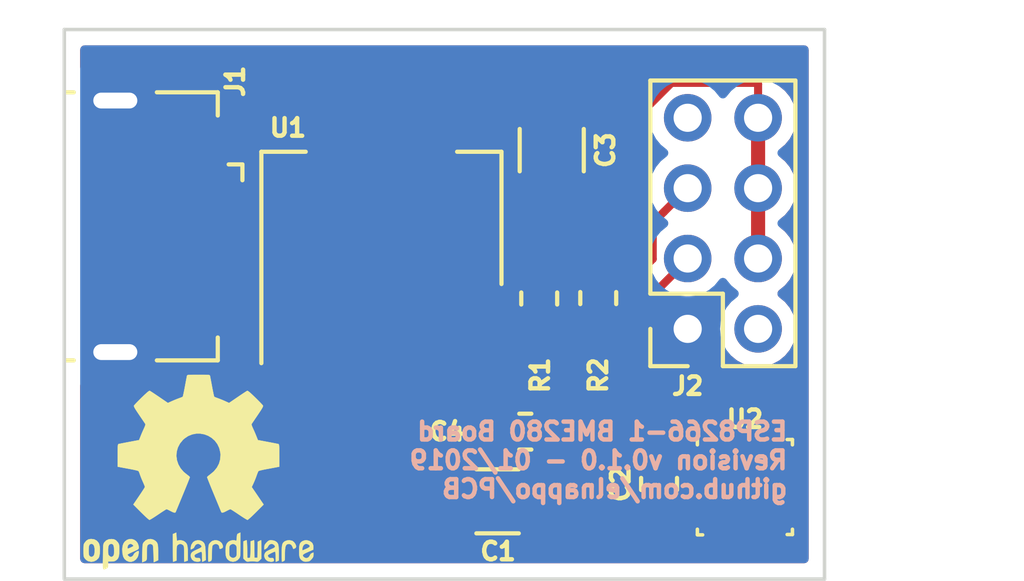
<source format=kicad_pcb>
(kicad_pcb (version 20171130) (host pcbnew "(5.0.1-3-g963ef8bb5)")

  (general
    (thickness 1.6)
    (drawings 5)
    (tracks 93)
    (zones 0)
    (modules 11)
    (nets 6)
  )

  (page A4)
  (layers
    (0 F.Cu signal)
    (31 B.Cu signal hide)
    (32 B.Adhes user)
    (33 F.Adhes user)
    (34 B.Paste user)
    (35 F.Paste user)
    (36 B.SilkS user)
    (37 F.SilkS user)
    (38 B.Mask user)
    (39 F.Mask user)
    (40 Dwgs.User user)
    (41 Cmts.User user)
    (42 Eco1.User user)
    (43 Eco2.User user)
    (44 Edge.Cuts user)
    (45 Margin user)
    (46 B.CrtYd user)
    (47 F.CrtYd user)
    (48 B.Fab user)
    (49 F.Fab user)
  )

  (setup
    (last_trace_width 0.2286)
    (trace_clearance 0.2032)
    (zone_clearance 0.4)
    (zone_45_only no)
    (trace_min 0.22)
    (segment_width 0.2)
    (edge_width 0.1)
    (via_size 0.8)
    (via_drill 0.4)
    (via_min_size 0.4)
    (via_min_drill 0.3)
    (uvia_size 0.3)
    (uvia_drill 0.1)
    (uvias_allowed no)
    (uvia_min_size 0.2)
    (uvia_min_drill 0.1)
    (pcb_text_width 0.3)
    (pcb_text_size 1.5 1.5)
    (mod_edge_width 0.15)
    (mod_text_size 1 1)
    (mod_text_width 0.15)
    (pad_size 1.5 1.5)
    (pad_drill 0.6)
    (pad_to_mask_clearance 0)
    (solder_mask_min_width 0.25)
    (aux_axis_origin 110.236 101.4476)
    (grid_origin 110.236 101.4476)
    (visible_elements FFFDFF7F)
    (pcbplotparams
      (layerselection 0x010fc_ffffffff)
      (usegerberextensions false)
      (usegerberattributes false)
      (usegerberadvancedattributes false)
      (creategerberjobfile false)
      (excludeedgelayer true)
      (linewidth 0.100000)
      (plotframeref false)
      (viasonmask false)
      (mode 1)
      (useauxorigin false)
      (hpglpennumber 1)
      (hpglpenspeed 20)
      (hpglpendiameter 15.000000)
      (psnegative false)
      (psa4output false)
      (plotreference true)
      (plotvalue true)
      (plotinvisibletext false)
      (padsonsilk false)
      (subtractmaskfromsilk false)
      (outputformat 1)
      (mirror false)
      (drillshape 1)
      (scaleselection 1)
      (outputdirectory ""))
  )

  (net 0 "")
  (net 1 GND)
  (net 2 "Net-(C1-Pad1)")
  (net 3 "Net-(C2-Pad2)")
  (net 4 "Net-(J2-Pad3)")
  (net 5 "Net-(J2-Pad5)")

  (net_class Default "This is the default net class."
    (clearance 0.2032)
    (trace_width 0.2286)
    (via_dia 0.8)
    (via_drill 0.4)
    (uvia_dia 0.3)
    (uvia_drill 0.1)
    (add_net GND)
    (add_net "Net-(C1-Pad1)")
    (add_net "Net-(C2-Pad2)")
    (add_net "Net-(J2-Pad3)")
    (add_net "Net-(J2-Pad5)")
  )

  (module Connector_PinSocket_2.00mm:PinSocket_2x04_P2.00mm_Vertical (layer F.Cu) (tedit 5C33BF60) (tstamp 5C404E29)
    (at 127.9398 94.3356 180)
    (descr "Through hole straight socket strip, 2x04, 2.00mm pitch, double cols (from Kicad 4.0.7), script generated")
    (tags "Through hole socket strip THT 2x04 2.00mm double row")
    (path /5C2BE4A3)
    (fp_text reference J2 (at 0 -1.6256 180) (layer F.SilkS)
      (effects (font (size 0.5 0.5) (thickness 0.125)))
    )
    (fp_text value Conn_02x04_Odd_Even (at -1 8.5 180) (layer F.Fab)
      (effects (font (size 1 1) (thickness 0.15)))
    )
    (fp_line (start -3 -1) (end 0 -1) (layer F.Fab) (width 0.1))
    (fp_line (start 0 -1) (end 1 0) (layer F.Fab) (width 0.1))
    (fp_line (start 1 0) (end 1 7) (layer F.Fab) (width 0.1))
    (fp_line (start 1 7) (end -3 7) (layer F.Fab) (width 0.1))
    (fp_line (start -3 7) (end -3 -1) (layer F.Fab) (width 0.1))
    (fp_line (start -3.06 -1.06) (end -1 -1.06) (layer F.SilkS) (width 0.12))
    (fp_line (start -3.06 -1.06) (end -3.06 7.06) (layer F.SilkS) (width 0.12))
    (fp_line (start -3.06 7.06) (end 1.06 7.06) (layer F.SilkS) (width 0.12))
    (fp_line (start 1.06 1) (end 1.06 7.06) (layer F.SilkS) (width 0.12))
    (fp_line (start -1 1) (end 1.06 1) (layer F.SilkS) (width 0.12))
    (fp_line (start -1 -1.06) (end -1 1) (layer F.SilkS) (width 0.12))
    (fp_line (start 1.06 -1.06) (end 1.06 0) (layer F.SilkS) (width 0.12))
    (fp_line (start 0 -1.06) (end 1.06 -1.06) (layer F.SilkS) (width 0.12))
    (fp_line (start -3.5 -1.5) (end 1.5 -1.5) (layer F.CrtYd) (width 0.05))
    (fp_line (start 1.5 -1.5) (end 1.5 7.5) (layer F.CrtYd) (width 0.05))
    (fp_line (start 1.5 7.5) (end -3.5 7.5) (layer F.CrtYd) (width 0.05))
    (fp_line (start -3.5 7.5) (end -3.5 -1.5) (layer F.CrtYd) (width 0.05))
    (fp_text user %R (at -1 3 270) (layer F.Fab)
      (effects (font (size 1 1) (thickness 0.15)))
    )
    (pad 1 thru_hole rect (at 0 0 180) (size 1.35 1.35) (drill 0.8) (layers *.Cu *.Mask)
      (net 1 GND))
    (pad 2 thru_hole oval (at -2 0 180) (size 1.35 1.35) (drill 0.8) (layers *.Cu *.Mask))
    (pad 3 thru_hole oval (at 0 2 180) (size 1.35 1.35) (drill 0.8) (layers *.Cu *.Mask)
      (net 4 "Net-(J2-Pad3)"))
    (pad 4 thru_hole oval (at -2 2 180) (size 1.35 1.35) (drill 0.8) (layers *.Cu *.Mask)
      (net 3 "Net-(C2-Pad2)"))
    (pad 5 thru_hole oval (at 0 4 180) (size 1.35 1.35) (drill 0.8) (layers *.Cu *.Mask)
      (net 5 "Net-(J2-Pad5)"))
    (pad 6 thru_hole oval (at -2 4 180) (size 1.35 1.35) (drill 0.8) (layers *.Cu *.Mask)
      (net 3 "Net-(C2-Pad2)"))
    (pad 7 thru_hole oval (at 0 6 180) (size 1.35 1.35) (drill 0.8) (layers *.Cu *.Mask))
    (pad 8 thru_hole oval (at -2 6 180) (size 1.35 1.35) (drill 0.8) (layers *.Cu *.Mask)
      (net 3 "Net-(C2-Pad2)"))
    (model ${KISYS3DMOD}/Connector_PinSocket_2.00mm.3dshapes/PinSocket_2x04_P2.00mm_Vertical.wrl
      (at (xyz 0 0 0))
      (scale (xyz 1 1 1))
      (rotate (xyz 0 0 0))
    )
  )

  (module Connector_USB:USB_Micro-B_GCT_USB3076-30-A (layer F.Cu) (tedit 5C34E4CF) (tstamp 5C34E0F7)
    (at 112.8838 91.421 270)
    (descr "GCT Micro USB https://gct.co/files/drawings/usb3076.pdf")
    (tags "Micro-USB SMD Typ-B GCT")
    (path /5C2BCE30)
    (attr smd)
    (fp_text reference J1 (at -4.1212 -2.2036 90) (layer F.SilkS)
      (effects (font (size 0.5 0.5) (thickness 0.125)))
    )
    (fp_text value USB_B_Micro (at 0 -0.2478 270) (layer F.Fab)
      (effects (font (size 0.25 0.25) (thickness 0.0625)))
    )
    (fp_line (start -4.6 4.45) (end 4.6 4.45) (layer F.CrtYd) (width 0.05))
    (fp_line (start 4.6 -2.65) (end 4.6 4.45) (layer F.CrtYd) (width 0.05))
    (fp_line (start -4.6 -2.65) (end 4.6 -2.65) (layer F.CrtYd) (width 0.05))
    (fp_line (start -4.6 4.45) (end -4.6 -2.65) (layer F.CrtYd) (width 0.05))
    (fp_text user "PCB Edge" (at 0 2.65 270) (layer Dwgs.User)
      (effects (font (size 0.5 0.5) (thickness 0.08)))
    )
    (fp_line (start -3.81 -1.71) (end -3.15 -1.71) (layer F.SilkS) (width 0.12))
    (fp_line (start -3.81 0.02) (end -3.81 -1.71) (layer F.SilkS) (width 0.12))
    (fp_line (start 3.81 2.59) (end 3.81 2.38) (layer F.SilkS) (width 0.12))
    (fp_line (start 3.7 3.95) (end 3.7 -1.6) (layer F.Fab) (width 0.1))
    (fp_line (start -3 2.65) (end 3 2.65) (layer F.Fab) (width 0.1))
    (fp_line (start -3.7 3.95) (end 3.7 3.95) (layer F.Fab) (width 0.1))
    (fp_line (start -3.7 -1.6) (end 3.7 -1.6) (layer F.Fab) (width 0.1))
    (fp_line (start -3.7 3.95) (end -3.7 -1.6) (layer F.Fab) (width 0.1))
    (fp_line (start -3.81 2.59) (end -3.81 2.38) (layer F.SilkS) (width 0.12))
    (fp_line (start 3.81 0.02) (end 3.81 -1.71) (layer F.SilkS) (width 0.12))
    (fp_line (start 3.81 -1.71) (end 3.16 -1.71) (layer F.SilkS) (width 0.12))
    (fp_text user %R (at 0 0.85 270) (layer F.Fab)
      (effects (font (size 1 1) (thickness 0.15)))
    )
    (fp_line (start -1.76 -2.41) (end -1.31 -2.41) (layer F.SilkS) (width 0.12))
    (fp_line (start -1.76 -2.41) (end -1.76 -2.02) (layer F.SilkS) (width 0.12))
    (fp_line (start -1.3 -1.75) (end -1.5 -1.95) (layer F.Fab) (width 0.1))
    (fp_line (start -1.1 -1.95) (end -1.3 -1.75) (layer F.Fab) (width 0.1))
    (fp_line (start -1.5 -2.16) (end -1.1 -2.16) (layer F.Fab) (width 0.1))
    (fp_line (start -1.5 -2.16) (end -1.5 -1.95) (layer F.Fab) (width 0.1))
    (fp_line (start -1.1 -2.16) (end -1.1 -1.95) (layer F.Fab) (width 0.1))
    (pad 6 smd rect (at 1.125 1.2 270) (size 1.75 1.9) (layers F.Cu F.Paste F.Mask)
      (net 1 GND))
    (pad 2 smd rect (at -0.65 -1.45 270) (size 0.4 1.4) (layers F.Cu F.Paste F.Mask))
    (pad 1 smd rect (at -1.3 -1.45 270) (size 0.4 1.4) (layers F.Cu F.Paste F.Mask)
      (net 2 "Net-(C1-Pad1)"))
    (pad 5 smd rect (at 1.3 -1.45 270) (size 0.4 1.4) (layers F.Cu F.Paste F.Mask)
      (net 1 GND))
    (pad 4 smd rect (at 0.65 -1.45 270) (size 0.4 1.4) (layers F.Cu F.Paste F.Mask))
    (pad 3 smd rect (at 0 -1.45 270) (size 0.4 1.4) (layers F.Cu F.Paste F.Mask))
    (pad 6 smd rect (at -1.125 1.2 270) (size 1.75 1.9) (layers F.Cu F.Paste F.Mask)
      (net 1 GND))
    (pad 6 thru_hole oval (at -3.575 1.2 90) (size 1.05 1.9) (drill oval 0.45 1.25) (layers *.Cu *.Mask)
      (net 1 GND))
    (pad 6 thru_hole oval (at 3.575 1.2 270) (size 1.05 1.9) (drill oval 0.45 1.25) (layers *.Cu *.Mask)
      (net 1 GND))
    (pad 6 smd rect (at 2.32 -1.03 270) (size 1.15 1.45) (layers F.Cu F.Paste F.Mask)
      (net 1 GND))
    (pad 6 smd rect (at -2.32 -1.03 270) (size 1.15 1.45) (layers F.Cu F.Paste F.Mask)
      (net 1 GND))
    (model ${KISYS3DMOD}/Connector_USB.3dshapes/USB_Micro-B_GCT_USB3076-30-A.wrl
      (at (xyz 0 0 0))
      (scale (xyz 1 1 1))
      (rotate (xyz 0 0 0))
    )
  )

  (module Package_TO_SOT_SMD:SOT-223-3_TabPin2 (layer F.Cu) (tedit 5C351383) (tstamp 5C34DDB0)
    (at 119.2416 91.211 90)
    (descr "module CMS SOT223 4 pins")
    (tags "CMS SOT")
    (path /5C2BCF77)
    (attr smd)
    (fp_text reference U1 (at 2.5904 -2.6556 180) (layer F.SilkS)
      (effects (font (size 0.5 0.5) (thickness 0.125)))
    )
    (fp_text value AMS1117-3.3 (at -0.0254 0 180) (layer F.Fab)
      (effects (font (size 0.25 0.25) (thickness 0.0625)))
    )
    (fp_text user %R (at 0 0 180) (layer F.Fab)
      (effects (font (size 0.8 0.8) (thickness 0.12)))
    )
    (fp_line (start 1.91 3.41) (end 1.91 2.15) (layer F.SilkS) (width 0.12))
    (fp_line (start 1.91 -3.41) (end 1.91 -2.15) (layer F.SilkS) (width 0.12))
    (fp_line (start 4.4 -3.6) (end -4.4 -3.6) (layer F.CrtYd) (width 0.05))
    (fp_line (start 4.4 3.6) (end 4.4 -3.6) (layer F.CrtYd) (width 0.05))
    (fp_line (start -4.4 3.6) (end 4.4 3.6) (layer F.CrtYd) (width 0.05))
    (fp_line (start -4.4 -3.6) (end -4.4 3.6) (layer F.CrtYd) (width 0.05))
    (fp_line (start -1.85 -2.35) (end -0.85 -3.35) (layer F.Fab) (width 0.1))
    (fp_line (start -1.85 -2.35) (end -1.85 3.35) (layer F.Fab) (width 0.1))
    (fp_line (start -1.85 3.41) (end 1.91 3.41) (layer F.SilkS) (width 0.12))
    (fp_line (start -0.85 -3.35) (end 1.85 -3.35) (layer F.Fab) (width 0.1))
    (fp_line (start -4.1 -3.41) (end 1.91 -3.41) (layer F.SilkS) (width 0.12))
    (fp_line (start -1.85 3.35) (end 1.85 3.35) (layer F.Fab) (width 0.1))
    (fp_line (start 1.85 -3.35) (end 1.85 3.35) (layer F.Fab) (width 0.1))
    (pad 2 smd rect (at 3.15 0 90) (size 2 3.8) (layers F.Cu F.Paste F.Mask)
      (net 3 "Net-(C2-Pad2)"))
    (pad 2 smd rect (at -3.15 0 90) (size 2 1.5) (layers F.Cu F.Paste F.Mask)
      (net 3 "Net-(C2-Pad2)"))
    (pad 3 smd rect (at -3.15 2.3 90) (size 2 1.5) (layers F.Cu F.Paste F.Mask)
      (net 2 "Net-(C1-Pad1)"))
    (pad 1 smd rect (at -3.15 -2.3 90) (size 2 1.5) (layers F.Cu F.Paste F.Mask)
      (net 1 GND))
    (model ${KISYS3DMOD}/Package_TO_SOT_SMD.3dshapes/SOT-223.wrl
      (at (xyz 0 0 0))
      (scale (xyz 1 1 1))
      (rotate (xyz 0 0 0))
    )
  )

  (module Package_LGA:Bosch_LGA-8_2.5x2.5mm_P0.65mm_ClockwisePinNumbering (layer F.Cu) (tedit 5C34E503) (tstamp 5C34DBB8)
    (at 129.5654 98.8314)
    (descr LGA-8)
    (tags "lga land grid array")
    (path /5C2BD2FC)
    (attr smd)
    (fp_text reference U2 (at 0 -1.9304) (layer F.SilkS)
      (effects (font (size 0.5 0.5) (thickness 0.125)))
    )
    (fp_text value BME280 (at 0.015 0) (layer F.Fab)
      (effects (font (size 0.25 0.25) (thickness 0.0625)))
    )
    (fp_text user %R (at 0 0 -180) (layer F.Fab)
      (effects (font (size 0.5 0.5) (thickness 0.075)))
    )
    (fp_line (start -1.35 1.36) (end -1.2 1.36) (layer F.SilkS) (width 0.1))
    (fp_line (start -1.25 -0.5) (end -0.5 -1.25) (layer F.Fab) (width 0.1))
    (fp_line (start -1.35 1.35) (end -1.35 1.2) (layer F.SilkS) (width 0.1))
    (fp_line (start 1.35 1.35) (end 1.35 1.2) (layer F.SilkS) (width 0.1))
    (fp_line (start 1.35 1.35) (end 1.2 1.35) (layer F.SilkS) (width 0.1))
    (fp_line (start 1.2 -1.35) (end 1.35 -1.35) (layer F.SilkS) (width 0.1))
    (fp_line (start 1.35 -1.35) (end 1.35 -1.2) (layer F.SilkS) (width 0.1))
    (fp_line (start -1.35 -1.2) (end -1.35 -1.45) (layer F.SilkS) (width 0.1))
    (fp_line (start -1.25 1.25) (end -1.25 -0.5) (layer F.Fab) (width 0.1))
    (fp_line (start -0.5 -1.25) (end 1.25 -1.25) (layer F.Fab) (width 0.1))
    (fp_line (start 1.25 -1.25) (end 1.25 1.25) (layer F.Fab) (width 0.1))
    (fp_line (start 1.25 1.25) (end -1.25 1.25) (layer F.Fab) (width 0.1))
    (fp_line (start -1.41 1.54) (end -1.41 -1.54) (layer F.CrtYd) (width 0.05))
    (fp_line (start -1.41 -1.54) (end 1.41 -1.54) (layer F.CrtYd) (width 0.05))
    (fp_line (start 1.41 -1.54) (end 1.41 1.54) (layer F.CrtYd) (width 0.05))
    (fp_line (start 1.41 1.54) (end -1.41 1.54) (layer F.CrtYd) (width 0.05))
    (pad 4 smd rect (at 0.975 -1.025 90) (size 0.5 0.35) (layers F.Cu F.Paste F.Mask)
      (net 4 "Net-(J2-Pad3)"))
    (pad 3 smd rect (at 0.325 -1.025 90) (size 0.5 0.35) (layers F.Cu F.Paste F.Mask)
      (net 5 "Net-(J2-Pad5)"))
    (pad 2 smd rect (at -0.325 -1.025 90) (size 0.5 0.35) (layers F.Cu F.Paste F.Mask)
      (net 3 "Net-(C2-Pad2)"))
    (pad 1 smd rect (at -0.975 -1.025 90) (size 0.5 0.35) (layers F.Cu F.Paste F.Mask)
      (net 1 GND))
    (pad 8 smd rect (at -0.975 1.025 90) (size 0.5 0.35) (layers F.Cu F.Paste F.Mask)
      (net 3 "Net-(C2-Pad2)"))
    (pad 7 smd rect (at -0.325 1.025 90) (size 0.5 0.35) (layers F.Cu F.Paste F.Mask)
      (net 1 GND))
    (pad 6 smd rect (at 0.325 1.025 90) (size 0.5 0.35) (layers F.Cu F.Paste F.Mask)
      (net 3 "Net-(C2-Pad2)"))
    (pad 5 smd rect (at 0.975 1.025 90) (size 0.5 0.35) (layers F.Cu F.Paste F.Mask)
      (net 1 GND))
    (model ${KISYS3DMOD}/Package_LGA.3dshapes/Bosch_LGA-8_2.5x2.5mm_P0.65mm_ClockwisePinNumbering.wrl
      (offset (xyz 0.01500000025472259 -0.03500000059435272 0))
      (scale (xyz 1 1 1))
      (rotate (xyz 0 0 0))
    )
  )

  (module Capacitor_SMD:C_0603_1608Metric_Pad1.05x0.95mm_HandSolder (layer F.Cu) (tedit 5C34E4E4) (tstamp 5C402E58)
    (at 127.127 98.7438 90)
    (descr "Capacitor SMD 0603 (1608 Metric), square (rectangular) end terminal, IPC_7351 nominal with elongated pad for handsoldering. (Body size source: http://www.tortai-tech.com/upload/download/2011102023233369053.pdf), generated with kicad-footprint-generator")
    (tags "capacitor handsolder")
    (path /5C2C089C)
    (attr smd)
    (fp_text reference C2 (at -0.0114 -1.0922 270) (layer F.SilkS)
      (effects (font (size 0.5 0.5) (thickness 0.125)))
    )
    (fp_text value "100 nF" (at -0.635 1.4224) (layer F.Fab)
      (effects (font (size 0.25 0.25) (thickness 0.0625)))
    )
    (fp_line (start -0.8 0.4) (end -0.8 -0.4) (layer F.Fab) (width 0.1))
    (fp_line (start -0.8 -0.4) (end 0.8 -0.4) (layer F.Fab) (width 0.1))
    (fp_line (start 0.8 -0.4) (end 0.8 0.4) (layer F.Fab) (width 0.1))
    (fp_line (start 0.8 0.4) (end -0.8 0.4) (layer F.Fab) (width 0.1))
    (fp_line (start -0.171267 -0.51) (end 0.171267 -0.51) (layer F.SilkS) (width 0.12))
    (fp_line (start -0.171267 0.51) (end 0.171267 0.51) (layer F.SilkS) (width 0.12))
    (fp_line (start -1.65 0.73) (end -1.65 -0.73) (layer F.CrtYd) (width 0.05))
    (fp_line (start -1.65 -0.73) (end 1.65 -0.73) (layer F.CrtYd) (width 0.05))
    (fp_line (start 1.65 -0.73) (end 1.65 0.73) (layer F.CrtYd) (width 0.05))
    (fp_line (start 1.65 0.73) (end -1.65 0.73) (layer F.CrtYd) (width 0.05))
    (fp_text user %R (at 0 0 90) (layer F.Fab)
      (effects (font (size 0.4 0.4) (thickness 0.06)))
    )
    (pad 1 smd roundrect (at -0.875 0 90) (size 1.05 0.95) (layers F.Cu F.Paste F.Mask) (roundrect_rratio 0.25)
      (net 1 GND))
    (pad 2 smd roundrect (at 0.875 0 90) (size 1.05 0.95) (layers F.Cu F.Paste F.Mask) (roundrect_rratio 0.25)
      (net 3 "Net-(C2-Pad2)"))
    (model ${KISYS3DMOD}/Capacitor_SMD.3dshapes/C_0603_1608Metric.wrl
      (at (xyz 0 0 0))
      (scale (xyz 1 1 1))
      (rotate (xyz 0 0 0))
    )
  )

  (module Capacitor_SMD:C_0603_1608Metric_Pad1.05x0.95mm_HandSolder (layer F.Cu) (tedit 5C34E4D5) (tstamp 5C34DD03)
    (at 123.3284 97.2566 180)
    (descr "Capacitor SMD 0603 (1608 Metric), square (rectangular) end terminal, IPC_7351 nominal with elongated pad for handsoldering. (Body size source: http://www.tortai-tech.com/upload/download/2011102023233369053.pdf), generated with kicad-footprint-generator")
    (tags "capacitor handsolder")
    (path /5C33F54A)
    (attr smd)
    (fp_text reference C4 (at 2.2212 0 180) (layer F.SilkS)
      (effects (font (size 0.5 0.5) (thickness 0.125)))
    )
    (fp_text value "100 nF" (at 2.3736 -0.3302 180) (layer F.Fab)
      (effects (font (size 0.25 0.25) (thickness 0.0625)))
    )
    (fp_text user %R (at 0 0 180) (layer F.Fab)
      (effects (font (size 0.4 0.4) (thickness 0.06)))
    )
    (fp_line (start 1.65 0.73) (end -1.65 0.73) (layer F.CrtYd) (width 0.05))
    (fp_line (start 1.65 -0.73) (end 1.65 0.73) (layer F.CrtYd) (width 0.05))
    (fp_line (start -1.65 -0.73) (end 1.65 -0.73) (layer F.CrtYd) (width 0.05))
    (fp_line (start -1.65 0.73) (end -1.65 -0.73) (layer F.CrtYd) (width 0.05))
    (fp_line (start -0.171267 0.51) (end 0.171267 0.51) (layer F.SilkS) (width 0.12))
    (fp_line (start -0.171267 -0.51) (end 0.171267 -0.51) (layer F.SilkS) (width 0.12))
    (fp_line (start 0.8 0.4) (end -0.8 0.4) (layer F.Fab) (width 0.1))
    (fp_line (start 0.8 -0.4) (end 0.8 0.4) (layer F.Fab) (width 0.1))
    (fp_line (start -0.8 -0.4) (end 0.8 -0.4) (layer F.Fab) (width 0.1))
    (fp_line (start -0.8 0.4) (end -0.8 -0.4) (layer F.Fab) (width 0.1))
    (pad 2 smd roundrect (at 0.875 0 180) (size 1.05 0.95) (layers F.Cu F.Paste F.Mask) (roundrect_rratio 0.25)
      (net 2 "Net-(C1-Pad1)"))
    (pad 1 smd roundrect (at -0.875 0 180) (size 1.05 0.95) (layers F.Cu F.Paste F.Mask) (roundrect_rratio 0.25)
      (net 1 GND))
    (model ${KISYS3DMOD}/Capacitor_SMD.3dshapes/C_0603_1608Metric.wrl
      (at (xyz 0 0 0))
      (scale (xyz 1 1 1))
      (rotate (xyz 0 0 0))
    )
  )

  (module Resistor_SMD:R_0603_1608Metric_Pad1.05x0.95mm_HandSolder (layer F.Cu) (tedit 5C34E4F3) (tstamp 5C402E88)
    (at 123.7234 93.472 90)
    (descr "Resistor SMD 0603 (1608 Metric), square (rectangular) end terminal, IPC_7351 nominal with elongated pad for handsoldering. (Body size source: http://www.tortai-tech.com/upload/download/2011102023233369053.pdf), generated with kicad-footprint-generator")
    (tags "resistor handsolder")
    (path /5C2BF553)
    (attr smd)
    (fp_text reference R1 (at -2.1844 0.0254 270) (layer F.SilkS)
      (effects (font (size 0.5 0.5) (thickness 0.125)))
    )
    (fp_text value 4.7k (at 0 0 180) (layer F.Fab)
      (effects (font (size 0.25 0.25) (thickness 0.0625)))
    )
    (fp_line (start -0.8 0.4) (end -0.8 -0.4) (layer F.Fab) (width 0.1))
    (fp_line (start -0.8 -0.4) (end 0.8 -0.4) (layer F.Fab) (width 0.1))
    (fp_line (start 0.8 -0.4) (end 0.8 0.4) (layer F.Fab) (width 0.1))
    (fp_line (start 0.8 0.4) (end -0.8 0.4) (layer F.Fab) (width 0.1))
    (fp_line (start -0.171267 -0.51) (end 0.171267 -0.51) (layer F.SilkS) (width 0.12))
    (fp_line (start -0.171267 0.51) (end 0.171267 0.51) (layer F.SilkS) (width 0.12))
    (fp_line (start -1.65 0.73) (end -1.65 -0.73) (layer F.CrtYd) (width 0.05))
    (fp_line (start -1.65 -0.73) (end 1.65 -0.73) (layer F.CrtYd) (width 0.05))
    (fp_line (start 1.65 -0.73) (end 1.65 0.73) (layer F.CrtYd) (width 0.05))
    (fp_line (start 1.65 0.73) (end -1.65 0.73) (layer F.CrtYd) (width 0.05))
    (fp_text user %R (at 0 0 90) (layer F.Fab)
      (effects (font (size 0.4 0.4) (thickness 0.06)))
    )
    (pad 1 smd roundrect (at -0.875 0 90) (size 1.05 0.95) (layers F.Cu F.Paste F.Mask) (roundrect_rratio 0.25)
      (net 5 "Net-(J2-Pad5)"))
    (pad 2 smd roundrect (at 0.875 0 90) (size 1.05 0.95) (layers F.Cu F.Paste F.Mask) (roundrect_rratio 0.25)
      (net 3 "Net-(C2-Pad2)"))
    (model ${KISYS3DMOD}/Resistor_SMD.3dshapes/R_0603_1608Metric.wrl
      (at (xyz 0 0 0))
      (scale (xyz 1 1 1))
      (rotate (xyz 0 0 0))
    )
  )

  (module Resistor_SMD:R_0603_1608Metric_Pad1.05x0.95mm_HandSolder (layer F.Cu) (tedit 5C34E4FB) (tstamp 5C402E98)
    (at 125.3998 93.4606 90)
    (descr "Resistor SMD 0603 (1608 Metric), square (rectangular) end terminal, IPC_7351 nominal with elongated pad for handsoldering. (Body size source: http://www.tortai-tech.com/upload/download/2011102023233369053.pdf), generated with kicad-footprint-generator")
    (tags "resistor handsolder")
    (path /5C2BF5CF)
    (attr smd)
    (fp_text reference R2 (at -2.1958 0 270) (layer F.SilkS)
      (effects (font (size 0.5 0.5) (thickness 0.125)))
    )
    (fp_text value 4.7k (at -0.0114 0 180) (layer F.Fab)
      (effects (font (size 0.25 0.25) (thickness 0.0625)))
    )
    (fp_text user %R (at 0 0 90) (layer F.Fab)
      (effects (font (size 0.4 0.4) (thickness 0.06)))
    )
    (fp_line (start 1.65 0.73) (end -1.65 0.73) (layer F.CrtYd) (width 0.05))
    (fp_line (start 1.65 -0.73) (end 1.65 0.73) (layer F.CrtYd) (width 0.05))
    (fp_line (start -1.65 -0.73) (end 1.65 -0.73) (layer F.CrtYd) (width 0.05))
    (fp_line (start -1.65 0.73) (end -1.65 -0.73) (layer F.CrtYd) (width 0.05))
    (fp_line (start -0.171267 0.51) (end 0.171267 0.51) (layer F.SilkS) (width 0.12))
    (fp_line (start -0.171267 -0.51) (end 0.171267 -0.51) (layer F.SilkS) (width 0.12))
    (fp_line (start 0.8 0.4) (end -0.8 0.4) (layer F.Fab) (width 0.1))
    (fp_line (start 0.8 -0.4) (end 0.8 0.4) (layer F.Fab) (width 0.1))
    (fp_line (start -0.8 -0.4) (end 0.8 -0.4) (layer F.Fab) (width 0.1))
    (fp_line (start -0.8 0.4) (end -0.8 -0.4) (layer F.Fab) (width 0.1))
    (pad 2 smd roundrect (at 0.875 0 90) (size 1.05 0.95) (layers F.Cu F.Paste F.Mask) (roundrect_rratio 0.25)
      (net 3 "Net-(C2-Pad2)"))
    (pad 1 smd roundrect (at -0.875 0 90) (size 1.05 0.95) (layers F.Cu F.Paste F.Mask) (roundrect_rratio 0.25)
      (net 4 "Net-(J2-Pad3)"))
    (model ${KISYS3DMOD}/Resistor_SMD.3dshapes/R_0603_1608Metric.wrl
      (at (xyz 0 0 0))
      (scale (xyz 1 1 1))
      (rotate (xyz 0 0 0))
    )
  )

  (module Capacitor_SMD:C_1206_3216Metric_Pad1.42x1.75mm_HandSolder (layer F.Cu) (tedit 5C34E4DD) (tstamp 5C405110)
    (at 122.5407 99.2378)
    (descr "Capacitor SMD 1206 (3216 Metric), square (rectangular) end terminal, IPC_7351 nominal with elongated pad for handsoldering. (Body size source: http://www.tortai-tech.com/upload/download/2011102023233369053.pdf), generated with kicad-footprint-generator")
    (tags "capacitor handsolder")
    (path /5C2C3BFA)
    (attr smd)
    (fp_text reference C1 (at 0.0143 1.4224) (layer F.SilkS)
      (effects (font (size 0.5 0.5) (thickness 0.125)))
    )
    (fp_text value "10 uF" (at 0 0) (layer F.Fab)
      (effects (font (size 0.25 0.25) (thickness 0.0625)))
    )
    (fp_line (start -1.6 0.8) (end -1.6 -0.8) (layer F.Fab) (width 0.1))
    (fp_line (start -1.6 -0.8) (end 1.6 -0.8) (layer F.Fab) (width 0.1))
    (fp_line (start 1.6 -0.8) (end 1.6 0.8) (layer F.Fab) (width 0.1))
    (fp_line (start 1.6 0.8) (end -1.6 0.8) (layer F.Fab) (width 0.1))
    (fp_line (start -0.602064 -0.91) (end 0.602064 -0.91) (layer F.SilkS) (width 0.12))
    (fp_line (start -0.602064 0.91) (end 0.602064 0.91) (layer F.SilkS) (width 0.12))
    (fp_line (start -2.45 1.12) (end -2.45 -1.12) (layer F.CrtYd) (width 0.05))
    (fp_line (start -2.45 -1.12) (end 2.45 -1.12) (layer F.CrtYd) (width 0.05))
    (fp_line (start 2.45 -1.12) (end 2.45 1.12) (layer F.CrtYd) (width 0.05))
    (fp_line (start 2.45 1.12) (end -2.45 1.12) (layer F.CrtYd) (width 0.05))
    (fp_text user %R (at 0 0) (layer F.Fab)
      (effects (font (size 0.8 0.8) (thickness 0.12)))
    )
    (pad 1 smd roundrect (at -1.4875 0) (size 1.425 1.75) (layers F.Cu F.Paste F.Mask) (roundrect_rratio 0.175439)
      (net 2 "Net-(C1-Pad1)"))
    (pad 2 smd roundrect (at 1.4875 0) (size 1.425 1.75) (layers F.Cu F.Paste F.Mask) (roundrect_rratio 0.175439)
      (net 1 GND))
    (model ${KISYS3DMOD}/Capacitor_SMD.3dshapes/C_1206_3216Metric.wrl
      (at (xyz 0 0 0))
      (scale (xyz 1 1 1))
      (rotate (xyz 0 0 0))
    )
  )

  (module Capacitor_SMD:C_1206_3216Metric_Pad1.42x1.75mm_HandSolder (layer F.Cu) (tedit 5C34E4EC) (tstamp 5C4033BB)
    (at 124.079 89.2556 90)
    (descr "Capacitor SMD 1206 (3216 Metric), square (rectangular) end terminal, IPC_7351 nominal with elongated pad for handsoldering. (Body size source: http://www.tortai-tech.com/upload/download/2011102023233369053.pdf), generated with kicad-footprint-generator")
    (tags "capacitor handsolder")
    (path /5C2C3DAC)
    (attr smd)
    (fp_text reference C3 (at 0 1.524 90) (layer F.SilkS)
      (effects (font (size 0.5 0.5) (thickness 0.125)))
    )
    (fp_text value "10 uF" (at 0 0 90) (layer F.Fab)
      (effects (font (size 0.25 0.25) (thickness 0.0625)))
    )
    (fp_text user %R (at 0 0 90) (layer F.Fab)
      (effects (font (size 0.8 0.8) (thickness 0.12)))
    )
    (fp_line (start 2.45 1.12) (end -2.45 1.12) (layer F.CrtYd) (width 0.05))
    (fp_line (start 2.45 -1.12) (end 2.45 1.12) (layer F.CrtYd) (width 0.05))
    (fp_line (start -2.45 -1.12) (end 2.45 -1.12) (layer F.CrtYd) (width 0.05))
    (fp_line (start -2.45 1.12) (end -2.45 -1.12) (layer F.CrtYd) (width 0.05))
    (fp_line (start -0.602064 0.91) (end 0.602064 0.91) (layer F.SilkS) (width 0.12))
    (fp_line (start -0.602064 -0.91) (end 0.602064 -0.91) (layer F.SilkS) (width 0.12))
    (fp_line (start 1.6 0.8) (end -1.6 0.8) (layer F.Fab) (width 0.1))
    (fp_line (start 1.6 -0.8) (end 1.6 0.8) (layer F.Fab) (width 0.1))
    (fp_line (start -1.6 -0.8) (end 1.6 -0.8) (layer F.Fab) (width 0.1))
    (fp_line (start -1.6 0.8) (end -1.6 -0.8) (layer F.Fab) (width 0.1))
    (pad 2 smd roundrect (at 1.4875 0 90) (size 1.425 1.75) (layers F.Cu F.Paste F.Mask) (roundrect_rratio 0.175439)
      (net 1 GND))
    (pad 1 smd roundrect (at -1.4875 0 90) (size 1.425 1.75) (layers F.Cu F.Paste F.Mask) (roundrect_rratio 0.175439)
      (net 3 "Net-(C2-Pad2)"))
    (model ${KISYS3DMOD}/Capacitor_SMD.3dshapes/C_1206_3216Metric.wrl
      (at (xyz 0 0 0))
      (scale (xyz 1 1 1))
      (rotate (xyz 0 0 0))
    )
  )

  (module Symbol:OSHW-Logo2_7.3x6mm_SilkScreen (layer F.Cu) (tedit 0) (tstamp 5C3B4715)
    (at 114.046 98.3996)
    (descr "Open Source Hardware Symbol")
    (tags "Logo Symbol OSHW")
    (attr virtual)
    (fp_text reference REF** (at 0 0) (layer F.SilkS) hide
      (effects (font (size 1 1) (thickness 0.15)))
    )
    (fp_text value OSHW-Logo2_7.3x6mm_SilkScreen (at 0.75 0) (layer F.Fab) hide
      (effects (font (size 1 1) (thickness 0.15)))
    )
    (fp_poly (pts (xy 0.10391 -2.757652) (xy 0.182454 -2.757222) (xy 0.239298 -2.756058) (xy 0.278105 -2.753793)
      (xy 0.302538 -2.75006) (xy 0.316262 -2.744494) (xy 0.32294 -2.736727) (xy 0.326236 -2.726395)
      (xy 0.326556 -2.725057) (xy 0.331562 -2.700921) (xy 0.340829 -2.653299) (xy 0.353392 -2.587259)
      (xy 0.368287 -2.507872) (xy 0.384551 -2.420204) (xy 0.385119 -2.417125) (xy 0.40141 -2.331211)
      (xy 0.416652 -2.255304) (xy 0.429861 -2.193955) (xy 0.440054 -2.151718) (xy 0.446248 -2.133145)
      (xy 0.446543 -2.132816) (xy 0.464788 -2.123747) (xy 0.502405 -2.108633) (xy 0.551271 -2.090738)
      (xy 0.551543 -2.090642) (xy 0.613093 -2.067507) (xy 0.685657 -2.038035) (xy 0.754057 -2.008403)
      (xy 0.757294 -2.006938) (xy 0.868702 -1.956374) (xy 1.115399 -2.12484) (xy 1.191077 -2.176197)
      (xy 1.259631 -2.222111) (xy 1.317088 -2.25997) (xy 1.359476 -2.287163) (xy 1.382825 -2.301079)
      (xy 1.385042 -2.302111) (xy 1.40201 -2.297516) (xy 1.433701 -2.275345) (xy 1.481352 -2.234553)
      (xy 1.546198 -2.174095) (xy 1.612397 -2.109773) (xy 1.676214 -2.046388) (xy 1.733329 -1.988549)
      (xy 1.780305 -1.939825) (xy 1.813703 -1.90379) (xy 1.830085 -1.884016) (xy 1.830694 -1.882998)
      (xy 1.832505 -1.869428) (xy 1.825683 -1.847267) (xy 1.80854 -1.813522) (xy 1.779393 -1.7652)
      (xy 1.736555 -1.699308) (xy 1.679448 -1.614483) (xy 1.628766 -1.539823) (xy 1.583461 -1.47286)
      (xy 1.54615 -1.417484) (xy 1.519452 -1.37758) (xy 1.505985 -1.357038) (xy 1.505137 -1.355644)
      (xy 1.506781 -1.335962) (xy 1.519245 -1.297707) (xy 1.540048 -1.248111) (xy 1.547462 -1.232272)
      (xy 1.579814 -1.16171) (xy 1.614328 -1.081647) (xy 1.642365 -1.012371) (xy 1.662568 -0.960955)
      (xy 1.678615 -0.921881) (xy 1.687888 -0.901459) (xy 1.689041 -0.899886) (xy 1.706096 -0.897279)
      (xy 1.746298 -0.890137) (xy 1.804302 -0.879477) (xy 1.874763 -0.866315) (xy 1.952335 -0.851667)
      (xy 2.031672 -0.836551) (xy 2.107431 -0.821982) (xy 2.174264 -0.808978) (xy 2.226828 -0.798555)
      (xy 2.259776 -0.79173) (xy 2.267857 -0.789801) (xy 2.276205 -0.785038) (xy 2.282506 -0.774282)
      (xy 2.287045 -0.753902) (xy 2.290104 -0.720266) (xy 2.291967 -0.669745) (xy 2.292918 -0.598708)
      (xy 2.29324 -0.503524) (xy 2.293257 -0.464508) (xy 2.293257 -0.147201) (xy 2.217057 -0.132161)
      (xy 2.174663 -0.124005) (xy 2.1114 -0.112101) (xy 2.034962 -0.097884) (xy 1.953043 -0.08279)
      (xy 1.9304 -0.078645) (xy 1.854806 -0.063947) (xy 1.788953 -0.049495) (xy 1.738366 -0.036625)
      (xy 1.708574 -0.026678) (xy 1.703612 -0.023713) (xy 1.691426 -0.002717) (xy 1.673953 0.037967)
      (xy 1.654577 0.090322) (xy 1.650734 0.1016) (xy 1.625339 0.171523) (xy 1.593817 0.250418)
      (xy 1.562969 0.321266) (xy 1.562817 0.321595) (xy 1.511447 0.432733) (xy 1.680399 0.681253)
      (xy 1.849352 0.929772) (xy 1.632429 1.147058) (xy 1.566819 1.211726) (xy 1.506979 1.268733)
      (xy 1.456267 1.315033) (xy 1.418046 1.347584) (xy 1.395675 1.363343) (xy 1.392466 1.364343)
      (xy 1.373626 1.356469) (xy 1.33518 1.334578) (xy 1.28133 1.301267) (xy 1.216276 1.259131)
      (xy 1.14594 1.211943) (xy 1.074555 1.16381) (xy 1.010908 1.121928) (xy 0.959041 1.088871)
      (xy 0.922995 1.067218) (xy 0.906867 1.059543) (xy 0.887189 1.066037) (xy 0.849875 1.08315)
      (xy 0.802621 1.107326) (xy 0.797612 1.110013) (xy 0.733977 1.141927) (xy 0.690341 1.157579)
      (xy 0.663202 1.157745) (xy 0.649057 1.143204) (xy 0.648975 1.143) (xy 0.641905 1.125779)
      (xy 0.625042 1.084899) (xy 0.599695 1.023525) (xy 0.567171 0.944819) (xy 0.528778 0.851947)
      (xy 0.485822 0.748072) (xy 0.444222 0.647502) (xy 0.398504 0.536516) (xy 0.356526 0.433703)
      (xy 0.319548 0.342215) (xy 0.288827 0.265201) (xy 0.265622 0.205815) (xy 0.25119 0.167209)
      (xy 0.246743 0.1528) (xy 0.257896 0.136272) (xy 0.287069 0.10993) (xy 0.325971 0.080887)
      (xy 0.436757 -0.010961) (xy 0.523351 -0.116241) (xy 0.584716 -0.232734) (xy 0.619815 -0.358224)
      (xy 0.627608 -0.490493) (xy 0.621943 -0.551543) (xy 0.591078 -0.678205) (xy 0.53792 -0.790059)
      (xy 0.465767 -0.885999) (xy 0.377917 -0.964924) (xy 0.277665 -1.02573) (xy 0.16831 -1.067313)
      (xy 0.053147 -1.088572) (xy -0.064525 -1.088401) (xy -0.18141 -1.065699) (xy -0.294211 -1.019362)
      (xy -0.399631 -0.948287) (xy -0.443632 -0.908089) (xy -0.528021 -0.804871) (xy -0.586778 -0.692075)
      (xy -0.620296 -0.57299) (xy -0.628965 -0.450905) (xy -0.613177 -0.329107) (xy -0.573322 -0.210884)
      (xy -0.509793 -0.099525) (xy -0.422979 0.001684) (xy -0.325971 0.080887) (xy -0.285563 0.111162)
      (xy -0.257018 0.137219) (xy -0.246743 0.152825) (xy -0.252123 0.169843) (xy -0.267425 0.2105)
      (xy -0.291388 0.271642) (xy -0.322756 0.350119) (xy -0.360268 0.44278) (xy -0.402667 0.546472)
      (xy -0.444337 0.647526) (xy -0.49031 0.758607) (xy -0.532893 0.861541) (xy -0.570779 0.953165)
      (xy -0.60266 1.030316) (xy -0.627229 1.089831) (xy -0.64318 1.128544) (xy -0.64909 1.143)
      (xy -0.663052 1.157685) (xy -0.69006 1.157642) (xy -0.733587 1.142099) (xy -0.79711 1.110284)
      (xy -0.797612 1.110013) (xy -0.84544 1.085323) (xy -0.884103 1.067338) (xy -0.905905 1.059614)
      (xy -0.906867 1.059543) (xy -0.923279 1.067378) (xy -0.959513 1.089165) (xy -1.011526 1.122328)
      (xy -1.075275 1.164291) (xy -1.14594 1.211943) (xy -1.217884 1.260191) (xy -1.282726 1.302151)
      (xy -1.336265 1.335227) (xy -1.374303 1.356821) (xy -1.392467 1.364343) (xy -1.409192 1.354457)
      (xy -1.44282 1.326826) (xy -1.48999 1.284495) (xy -1.547342 1.230505) (xy -1.611516 1.167899)
      (xy -1.632503 1.146983) (xy -1.849501 0.929623) (xy -1.684332 0.68722) (xy -1.634136 0.612781)
      (xy -1.590081 0.545972) (xy -1.554638 0.490665) (xy -1.530281 0.450729) (xy -1.519478 0.430036)
      (xy -1.519162 0.428563) (xy -1.524857 0.409058) (xy -1.540174 0.369822) (xy -1.562463 0.31743)
      (xy -1.578107 0.282355) (xy -1.607359 0.215201) (xy -1.634906 0.147358) (xy -1.656263 0.090034)
      (xy -1.662065 0.072572) (xy -1.678548 0.025938) (xy -1.69466 -0.010095) (xy -1.70351 -0.023713)
      (xy -1.72304 -0.032048) (xy -1.765666 -0.043863) (xy -1.825855 -0.057819) (xy -1.898078 -0.072578)
      (xy -1.9304 -0.078645) (xy -2.012478 -0.093727) (xy -2.091205 -0.108331) (xy -2.158891 -0.12102)
      (xy -2.20784 -0.130358) (xy -2.217057 -0.132161) (xy -2.293257 -0.147201) (xy -2.293257 -0.464508)
      (xy -2.293086 -0.568846) (xy -2.292384 -0.647787) (xy -2.290866 -0.704962) (xy -2.288251 -0.744001)
      (xy -2.284254 -0.768535) (xy -2.278591 -0.782195) (xy -2.27098 -0.788611) (xy -2.267857 -0.789801)
      (xy -2.249022 -0.79402) (xy -2.207412 -0.802438) (xy -2.14837 -0.814039) (xy -2.077243 -0.827805)
      (xy -1.999375 -0.84272) (xy -1.920113 -0.857768) (xy -1.844802 -0.871931) (xy -1.778787 -0.884194)
      (xy -1.727413 -0.893539) (xy -1.696025 -0.89895) (xy -1.689041 -0.899886) (xy -1.682715 -0.912404)
      (xy -1.66871 -0.945754) (xy -1.649645 -0.993623) (xy -1.642366 -1.012371) (xy -1.613004 -1.084805)
      (xy -1.578429 -1.16483) (xy -1.547463 -1.232272) (xy -1.524677 -1.283841) (xy -1.509518 -1.326215)
      (xy -1.504458 -1.352166) (xy -1.505264 -1.355644) (xy -1.515959 -1.372064) (xy -1.54038 -1.408583)
      (xy -1.575905 -1.461313) (xy -1.619913 -1.526365) (xy -1.669783 -1.599849) (xy -1.679644 -1.614355)
      (xy -1.737508 -1.700296) (xy -1.780044 -1.765739) (xy -1.808946 -1.813696) (xy -1.82591 -1.84718)
      (xy -1.832633 -1.869205) (xy -1.83081 -1.882783) (xy -1.830764 -1.882869) (xy -1.816414 -1.900703)
      (xy -1.784677 -1.935183) (xy -1.73899 -1.982732) (xy -1.682796 -2.039778) (xy -1.619532 -2.102745)
      (xy -1.612398 -2.109773) (xy -1.53267 -2.18698) (xy -1.471143 -2.24367) (xy -1.426579 -2.28089)
      (xy -1.397743 -2.299685) (xy -1.385042 -2.302111) (xy -1.366506 -2.291529) (xy -1.328039 -2.267084)
      (xy -1.273614 -2.231388) (xy -1.207202 -2.187053) (xy -1.132775 -2.136689) (xy -1.115399 -2.12484)
      (xy -0.868703 -1.956374) (xy -0.757294 -2.006938) (xy -0.689543 -2.036405) (xy -0.616817 -2.066041)
      (xy -0.554297 -2.08967) (xy -0.551543 -2.090642) (xy -0.50264 -2.108543) (xy -0.464943 -2.12368)
      (xy -0.446575 -2.13279) (xy -0.446544 -2.132816) (xy -0.440715 -2.149283) (xy -0.430808 -2.189781)
      (xy -0.417805 -2.249758) (xy -0.402691 -2.32466) (xy -0.386448 -2.409936) (xy -0.385119 -2.417125)
      (xy -0.368825 -2.504986) (xy -0.353867 -2.58474) (xy -0.341209 -2.651319) (xy -0.331814 -2.699653)
      (xy -0.326646 -2.724675) (xy -0.326556 -2.725057) (xy -0.323411 -2.735701) (xy -0.317296 -2.743738)
      (xy -0.304547 -2.749533) (xy -0.2815 -2.753453) (xy -0.244491 -2.755865) (xy -0.189856 -2.757135)
      (xy -0.113933 -2.757629) (xy -0.013056 -2.757714) (xy 0 -2.757714) (xy 0.10391 -2.757652)) (layer F.SilkS) (width 0.01))
    (fp_poly (pts (xy 3.153595 1.966966) (xy 3.211021 2.004497) (xy 3.238719 2.038096) (xy 3.260662 2.099064)
      (xy 3.262405 2.147308) (xy 3.258457 2.211816) (xy 3.109686 2.276934) (xy 3.037349 2.310202)
      (xy 2.990084 2.336964) (xy 2.965507 2.360144) (xy 2.961237 2.382667) (xy 2.974889 2.407455)
      (xy 2.989943 2.423886) (xy 3.033746 2.450235) (xy 3.081389 2.452081) (xy 3.125145 2.431546)
      (xy 3.157289 2.390752) (xy 3.163038 2.376347) (xy 3.190576 2.331356) (xy 3.222258 2.312182)
      (xy 3.265714 2.295779) (xy 3.265714 2.357966) (xy 3.261872 2.400283) (xy 3.246823 2.435969)
      (xy 3.21528 2.476943) (xy 3.210592 2.482267) (xy 3.175506 2.51872) (xy 3.145347 2.538283)
      (xy 3.107615 2.547283) (xy 3.076335 2.55023) (xy 3.020385 2.550965) (xy 2.980555 2.54166)
      (xy 2.955708 2.527846) (xy 2.916656 2.497467) (xy 2.889625 2.464613) (xy 2.872517 2.423294)
      (xy 2.863238 2.367521) (xy 2.859693 2.291305) (xy 2.85941 2.252622) (xy 2.860372 2.206247)
      (xy 2.948007 2.206247) (xy 2.949023 2.231126) (xy 2.951556 2.2352) (xy 2.968274 2.229665)
      (xy 3.004249 2.215017) (xy 3.052331 2.19419) (xy 3.062386 2.189714) (xy 3.123152 2.158814)
      (xy 3.156632 2.131657) (xy 3.16399 2.10622) (xy 3.146391 2.080481) (xy 3.131856 2.069109)
      (xy 3.07941 2.046364) (xy 3.030322 2.050122) (xy 2.989227 2.077884) (xy 2.960758 2.127152)
      (xy 2.951631 2.166257) (xy 2.948007 2.206247) (xy 2.860372 2.206247) (xy 2.861285 2.162249)
      (xy 2.868196 2.095384) (xy 2.881884 2.046695) (xy 2.904096 2.010849) (xy 2.936574 1.982513)
      (xy 2.950733 1.973355) (xy 3.015053 1.949507) (xy 3.085473 1.948006) (xy 3.153595 1.966966)) (layer F.SilkS) (width 0.01))
    (fp_poly (pts (xy 2.6526 1.958752) (xy 2.669948 1.966334) (xy 2.711356 1.999128) (xy 2.746765 2.046547)
      (xy 2.768664 2.097151) (xy 2.772229 2.122098) (xy 2.760279 2.156927) (xy 2.734067 2.175357)
      (xy 2.705964 2.186516) (xy 2.693095 2.188572) (xy 2.686829 2.173649) (xy 2.674456 2.141175)
      (xy 2.669028 2.126502) (xy 2.63859 2.075744) (xy 2.59452 2.050427) (xy 2.53801 2.051206)
      (xy 2.533825 2.052203) (xy 2.503655 2.066507) (xy 2.481476 2.094393) (xy 2.466327 2.139287)
      (xy 2.45725 2.204615) (xy 2.453286 2.293804) (xy 2.452914 2.341261) (xy 2.45273 2.416071)
      (xy 2.451522 2.467069) (xy 2.448309 2.499471) (xy 2.442109 2.518495) (xy 2.43194 2.529356)
      (xy 2.416819 2.537272) (xy 2.415946 2.53767) (xy 2.386828 2.549981) (xy 2.372403 2.554514)
      (xy 2.370186 2.540809) (xy 2.368289 2.502925) (xy 2.366847 2.445715) (xy 2.365998 2.374027)
      (xy 2.365829 2.321565) (xy 2.366692 2.220047) (xy 2.37007 2.143032) (xy 2.377142 2.086023)
      (xy 2.389088 2.044526) (xy 2.40709 2.014043) (xy 2.432327 1.99008) (xy 2.457247 1.973355)
      (xy 2.517171 1.951097) (xy 2.586911 1.946076) (xy 2.6526 1.958752)) (layer F.SilkS) (width 0.01))
    (fp_poly (pts (xy 2.144876 1.956335) (xy 2.186667 1.975344) (xy 2.219469 1.998378) (xy 2.243503 2.024133)
      (xy 2.260097 2.057358) (xy 2.270577 2.1028) (xy 2.276271 2.165207) (xy 2.278507 2.249327)
      (xy 2.278743 2.304721) (xy 2.278743 2.520826) (xy 2.241774 2.53767) (xy 2.212656 2.549981)
      (xy 2.198231 2.554514) (xy 2.195472 2.541025) (xy 2.193282 2.504653) (xy 2.191942 2.451542)
      (xy 2.191657 2.409372) (xy 2.190434 2.348447) (xy 2.187136 2.300115) (xy 2.182321 2.270518)
      (xy 2.178496 2.264229) (xy 2.152783 2.270652) (xy 2.112418 2.287125) (xy 2.065679 2.309458)
      (xy 2.020845 2.333457) (xy 1.986193 2.35493) (xy 1.970002 2.369685) (xy 1.969938 2.369845)
      (xy 1.97133 2.397152) (xy 1.983818 2.423219) (xy 2.005743 2.444392) (xy 2.037743 2.451474)
      (xy 2.065092 2.450649) (xy 2.103826 2.450042) (xy 2.124158 2.459116) (xy 2.136369 2.483092)
      (xy 2.137909 2.487613) (xy 2.143203 2.521806) (xy 2.129047 2.542568) (xy 2.092148 2.552462)
      (xy 2.052289 2.554292) (xy 1.980562 2.540727) (xy 1.943432 2.521355) (xy 1.897576 2.475845)
      (xy 1.873256 2.419983) (xy 1.871073 2.360957) (xy 1.891629 2.305953) (xy 1.922549 2.271486)
      (xy 1.95342 2.252189) (xy 2.001942 2.227759) (xy 2.058485 2.202985) (xy 2.06791 2.199199)
      (xy 2.130019 2.171791) (xy 2.165822 2.147634) (xy 2.177337 2.123619) (xy 2.16658 2.096635)
      (xy 2.148114 2.075543) (xy 2.104469 2.049572) (xy 2.056446 2.047624) (xy 2.012406 2.067637)
      (xy 1.980709 2.107551) (xy 1.976549 2.117848) (xy 1.952327 2.155724) (xy 1.916965 2.183842)
      (xy 1.872343 2.206917) (xy 1.872343 2.141485) (xy 1.874969 2.101506) (xy 1.88623 2.069997)
      (xy 1.911199 2.036378) (xy 1.935169 2.010484) (xy 1.972441 1.973817) (xy 2.001401 1.954121)
      (xy 2.032505 1.94622) (xy 2.067713 1.944914) (xy 2.144876 1.956335)) (layer F.SilkS) (width 0.01))
    (fp_poly (pts (xy 1.779833 1.958663) (xy 1.782048 1.99685) (xy 1.783784 2.054886) (xy 1.784899 2.12818)
      (xy 1.785257 2.205055) (xy 1.785257 2.465196) (xy 1.739326 2.511127) (xy 1.707675 2.539429)
      (xy 1.67989 2.550893) (xy 1.641915 2.550168) (xy 1.62684 2.548321) (xy 1.579726 2.542948)
      (xy 1.540756 2.539869) (xy 1.531257 2.539585) (xy 1.499233 2.541445) (xy 1.453432 2.546114)
      (xy 1.435674 2.548321) (xy 1.392057 2.551735) (xy 1.362745 2.54432) (xy 1.33368 2.521427)
      (xy 1.323188 2.511127) (xy 1.277257 2.465196) (xy 1.277257 1.978602) (xy 1.314226 1.961758)
      (xy 1.346059 1.949282) (xy 1.364683 1.944914) (xy 1.369458 1.958718) (xy 1.373921 1.997286)
      (xy 1.377775 2.056356) (xy 1.380722 2.131663) (xy 1.382143 2.195286) (xy 1.386114 2.445657)
      (xy 1.420759 2.450556) (xy 1.452268 2.447131) (xy 1.467708 2.436041) (xy 1.472023 2.415308)
      (xy 1.475708 2.371145) (xy 1.478469 2.309146) (xy 1.480012 2.234909) (xy 1.480235 2.196706)
      (xy 1.480457 1.976783) (xy 1.526166 1.960849) (xy 1.558518 1.950015) (xy 1.576115 1.944962)
      (xy 1.576623 1.944914) (xy 1.578388 1.958648) (xy 1.580329 1.99673) (xy 1.582282 2.054482)
      (xy 1.584084 2.127227) (xy 1.585343 2.195286) (xy 1.589314 2.445657) (xy 1.6764 2.445657)
      (xy 1.680396 2.21724) (xy 1.684392 1.988822) (xy 1.726847 1.966868) (xy 1.758192 1.951793)
      (xy 1.776744 1.944951) (xy 1.777279 1.944914) (xy 1.779833 1.958663)) (layer F.SilkS) (width 0.01))
    (fp_poly (pts (xy 1.190117 2.065358) (xy 1.189933 2.173837) (xy 1.189219 2.257287) (xy 1.187675 2.319704)
      (xy 1.185001 2.365085) (xy 1.180894 2.397429) (xy 1.175055 2.420733) (xy 1.167182 2.438995)
      (xy 1.161221 2.449418) (xy 1.111855 2.505945) (xy 1.049264 2.541377) (xy 0.980013 2.55409)
      (xy 0.910668 2.542463) (xy 0.869375 2.521568) (xy 0.826025 2.485422) (xy 0.796481 2.441276)
      (xy 0.778655 2.383462) (xy 0.770463 2.306313) (xy 0.769302 2.249714) (xy 0.769458 2.245647)
      (xy 0.870857 2.245647) (xy 0.871476 2.31055) (xy 0.874314 2.353514) (xy 0.88084 2.381622)
      (xy 0.892523 2.401953) (xy 0.906483 2.417288) (xy 0.953365 2.44689) (xy 1.003701 2.449419)
      (xy 1.051276 2.424705) (xy 1.054979 2.421356) (xy 1.070783 2.403935) (xy 1.080693 2.383209)
      (xy 1.086058 2.352362) (xy 1.088228 2.304577) (xy 1.088571 2.251748) (xy 1.087827 2.185381)
      (xy 1.084748 2.141106) (xy 1.078061 2.112009) (xy 1.066496 2.091173) (xy 1.057013 2.080107)
      (xy 1.01296 2.052198) (xy 0.962224 2.048843) (xy 0.913796 2.070159) (xy 0.90445 2.078073)
      (xy 0.88854 2.095647) (xy 0.87861 2.116587) (xy 0.873278 2.147782) (xy 0.871163 2.196122)
      (xy 0.870857 2.245647) (xy 0.769458 2.245647) (xy 0.77281 2.158568) (xy 0.784726 2.090086)
      (xy 0.807135 2.0386) (xy 0.842124 1.998443) (xy 0.869375 1.977861) (xy 0.918907 1.955625)
      (xy 0.976316 1.945304) (xy 1.029682 1.948067) (xy 1.059543 1.959212) (xy 1.071261 1.962383)
      (xy 1.079037 1.950557) (xy 1.084465 1.918866) (xy 1.088571 1.870593) (xy 1.093067 1.816829)
      (xy 1.099313 1.784482) (xy 1.110676 1.765985) (xy 1.130528 1.75377) (xy 1.143 1.748362)
      (xy 1.190171 1.728601) (xy 1.190117 2.065358)) (layer F.SilkS) (width 0.01))
    (fp_poly (pts (xy 0.529926 1.949755) (xy 0.595858 1.974084) (xy 0.649273 2.017117) (xy 0.670164 2.047409)
      (xy 0.692939 2.102994) (xy 0.692466 2.143186) (xy 0.668562 2.170217) (xy 0.659717 2.174813)
      (xy 0.62153 2.189144) (xy 0.602028 2.185472) (xy 0.595422 2.161407) (xy 0.595086 2.148114)
      (xy 0.582992 2.09921) (xy 0.551471 2.064999) (xy 0.507659 2.048476) (xy 0.458695 2.052634)
      (xy 0.418894 2.074227) (xy 0.40545 2.086544) (xy 0.395921 2.101487) (xy 0.389485 2.124075)
      (xy 0.385317 2.159328) (xy 0.382597 2.212266) (xy 0.380502 2.287907) (xy 0.37996 2.311857)
      (xy 0.377981 2.39379) (xy 0.375731 2.451455) (xy 0.372357 2.489608) (xy 0.367006 2.513004)
      (xy 0.358824 2.526398) (xy 0.346959 2.534545) (xy 0.339362 2.538144) (xy 0.307102 2.550452)
      (xy 0.288111 2.554514) (xy 0.281836 2.540948) (xy 0.278006 2.499934) (xy 0.2766 2.430999)
      (xy 0.277598 2.333669) (xy 0.277908 2.318657) (xy 0.280101 2.229859) (xy 0.282693 2.165019)
      (xy 0.286382 2.119067) (xy 0.291864 2.086935) (xy 0.299835 2.063553) (xy 0.310993 2.043852)
      (xy 0.31683 2.03541) (xy 0.350296 1.998057) (xy 0.387727 1.969003) (xy 0.392309 1.966467)
      (xy 0.459426 1.946443) (xy 0.529926 1.949755)) (layer F.SilkS) (width 0.01))
    (fp_poly (pts (xy 0.039744 1.950968) (xy 0.096616 1.972087) (xy 0.097267 1.972493) (xy 0.13244 1.99838)
      (xy 0.158407 2.028633) (xy 0.17667 2.068058) (xy 0.188732 2.121462) (xy 0.196096 2.193651)
      (xy 0.200264 2.289432) (xy 0.200629 2.303078) (xy 0.205876 2.508842) (xy 0.161716 2.531678)
      (xy 0.129763 2.54711) (xy 0.11047 2.554423) (xy 0.109578 2.554514) (xy 0.106239 2.541022)
      (xy 0.103587 2.504626) (xy 0.101956 2.451452) (xy 0.1016 2.408393) (xy 0.101592 2.338641)
      (xy 0.098403 2.294837) (xy 0.087288 2.273944) (xy 0.063501 2.272925) (xy 0.022296 2.288741)
      (xy -0.039914 2.317815) (xy -0.085659 2.341963) (xy -0.109187 2.362913) (xy -0.116104 2.385747)
      (xy -0.116114 2.386877) (xy -0.104701 2.426212) (xy -0.070908 2.447462) (xy -0.019191 2.450539)
      (xy 0.018061 2.450006) (xy 0.037703 2.460735) (xy 0.049952 2.486505) (xy 0.057002 2.519337)
      (xy 0.046842 2.537966) (xy 0.043017 2.540632) (xy 0.007001 2.55134) (xy -0.043434 2.552856)
      (xy -0.095374 2.545759) (xy -0.132178 2.532788) (xy -0.183062 2.489585) (xy -0.211986 2.429446)
      (xy -0.217714 2.382462) (xy -0.213343 2.340082) (xy -0.197525 2.305488) (xy -0.166203 2.274763)
      (xy -0.115322 2.24399) (xy -0.040824 2.209252) (xy -0.036286 2.207288) (xy 0.030821 2.176287)
      (xy 0.072232 2.150862) (xy 0.089981 2.128014) (xy 0.086107 2.104745) (xy 0.062643 2.078056)
      (xy 0.055627 2.071914) (xy 0.00863 2.0481) (xy -0.040067 2.049103) (xy -0.082478 2.072451)
      (xy -0.110616 2.115675) (xy -0.113231 2.12416) (xy -0.138692 2.165308) (xy -0.170999 2.185128)
      (xy -0.217714 2.20477) (xy -0.217714 2.15395) (xy -0.203504 2.080082) (xy -0.161325 2.012327)
      (xy -0.139376 1.989661) (xy -0.089483 1.960569) (xy -0.026033 1.9474) (xy 0.039744 1.950968)) (layer F.SilkS) (width 0.01))
    (fp_poly (pts (xy -0.624114 1.851289) (xy -0.619861 1.910613) (xy -0.614975 1.945572) (xy -0.608205 1.96082)
      (xy -0.598298 1.961015) (xy -0.595086 1.959195) (xy -0.552356 1.946015) (xy -0.496773 1.946785)
      (xy -0.440263 1.960333) (xy -0.404918 1.977861) (xy -0.368679 2.005861) (xy -0.342187 2.037549)
      (xy -0.324001 2.077813) (xy -0.312678 2.131543) (xy -0.306778 2.203626) (xy -0.304857 2.298951)
      (xy -0.304823 2.317237) (xy -0.3048 2.522646) (xy -0.350509 2.53858) (xy -0.382973 2.54942)
      (xy -0.400785 2.554468) (xy -0.401309 2.554514) (xy -0.403063 2.540828) (xy -0.404556 2.503076)
      (xy -0.405674 2.446224) (xy -0.406303 2.375234) (xy -0.4064 2.332073) (xy -0.406602 2.246973)
      (xy -0.407642 2.185981) (xy -0.410169 2.144177) (xy -0.414836 2.116642) (xy -0.422293 2.098456)
      (xy -0.433189 2.084698) (xy -0.439993 2.078073) (xy -0.486728 2.051375) (xy -0.537728 2.049375)
      (xy -0.583999 2.071955) (xy -0.592556 2.080107) (xy -0.605107 2.095436) (xy -0.613812 2.113618)
      (xy -0.619369 2.139909) (xy -0.622474 2.179562) (xy -0.623824 2.237832) (xy -0.624114 2.318173)
      (xy -0.624114 2.522646) (xy -0.669823 2.53858) (xy -0.702287 2.54942) (xy -0.720099 2.554468)
      (xy -0.720623 2.554514) (xy -0.721963 2.540623) (xy -0.723172 2.501439) (xy -0.724199 2.4407)
      (xy -0.724998 2.362141) (xy -0.725519 2.269498) (xy -0.725714 2.166509) (xy -0.725714 1.769342)
      (xy -0.678543 1.749444) (xy -0.631371 1.729547) (xy -0.624114 1.851289)) (layer F.SilkS) (width 0.01))
    (fp_poly (pts (xy -1.831697 1.931239) (xy -1.774473 1.969735) (xy -1.730251 2.025335) (xy -1.703833 2.096086)
      (xy -1.69849 2.148162) (xy -1.699097 2.169893) (xy -1.704178 2.186531) (xy -1.718145 2.201437)
      (xy -1.745411 2.217973) (xy -1.790388 2.239498) (xy -1.857489 2.269374) (xy -1.857829 2.269524)
      (xy -1.919593 2.297813) (xy -1.970241 2.322933) (xy -2.004596 2.342179) (xy -2.017482 2.352848)
      (xy -2.017486 2.352934) (xy -2.006128 2.376166) (xy -1.979569 2.401774) (xy -1.949077 2.420221)
      (xy -1.93363 2.423886) (xy -1.891485 2.411212) (xy -1.855192 2.379471) (xy -1.837483 2.344572)
      (xy -1.820448 2.318845) (xy -1.787078 2.289546) (xy -1.747851 2.264235) (xy -1.713244 2.250471)
      (xy -1.706007 2.249714) (xy -1.697861 2.26216) (xy -1.69737 2.293972) (xy -1.703357 2.336866)
      (xy -1.714643 2.382558) (xy -1.73005 2.422761) (xy -1.730829 2.424322) (xy -1.777196 2.489062)
      (xy -1.837289 2.533097) (xy -1.905535 2.554711) (xy -1.976362 2.552185) (xy -2.044196 2.523804)
      (xy -2.047212 2.521808) (xy -2.100573 2.473448) (xy -2.13566 2.410352) (xy -2.155078 2.327387)
      (xy -2.157684 2.304078) (xy -2.162299 2.194055) (xy -2.156767 2.142748) (xy -2.017486 2.142748)
      (xy -2.015676 2.174753) (xy -2.005778 2.184093) (xy -1.981102 2.177105) (xy -1.942205 2.160587)
      (xy -1.898725 2.139881) (xy -1.897644 2.139333) (xy -1.860791 2.119949) (xy -1.846 2.107013)
      (xy -1.849647 2.093451) (xy -1.865005 2.075632) (xy -1.904077 2.049845) (xy -1.946154 2.04795)
      (xy -1.983897 2.066717) (xy -2.009966 2.102915) (xy -2.017486 2.142748) (xy -2.156767 2.142748)
      (xy -2.152806 2.106027) (xy -2.12845 2.036212) (xy -2.094544 1.987302) (xy -2.033347 1.937878)
      (xy -1.965937 1.913359) (xy -1.89712 1.911797) (xy -1.831697 1.931239)) (layer F.SilkS) (width 0.01))
    (fp_poly (pts (xy -2.958885 1.921962) (xy -2.890855 1.957733) (xy -2.840649 2.015301) (xy -2.822815 2.052312)
      (xy -2.808937 2.107882) (xy -2.801833 2.178096) (xy -2.80116 2.254727) (xy -2.806573 2.329552)
      (xy -2.81773 2.394342) (xy -2.834286 2.440873) (xy -2.839374 2.448887) (xy -2.899645 2.508707)
      (xy -2.971231 2.544535) (xy -3.048908 2.55502) (xy -3.127452 2.53881) (xy -3.149311 2.529092)
      (xy -3.191878 2.499143) (xy -3.229237 2.459433) (xy -3.232768 2.454397) (xy -3.247119 2.430124)
      (xy -3.256606 2.404178) (xy -3.26221 2.370022) (xy -3.264914 2.321119) (xy -3.265701 2.250935)
      (xy -3.265714 2.2352) (xy -3.265678 2.230192) (xy -3.120571 2.230192) (xy -3.119727 2.29643)
      (xy -3.116404 2.340386) (xy -3.109417 2.368779) (xy -3.097584 2.388325) (xy -3.091543 2.394857)
      (xy -3.056814 2.41968) (xy -3.023097 2.418548) (xy -2.989005 2.397016) (xy -2.968671 2.374029)
      (xy -2.956629 2.340478) (xy -2.949866 2.287569) (xy -2.949402 2.281399) (xy -2.948248 2.185513)
      (xy -2.960312 2.114299) (xy -2.98543 2.068194) (xy -3.02344 2.047635) (xy -3.037008 2.046514)
      (xy -3.072636 2.052152) (xy -3.097006 2.071686) (xy -3.111907 2.109042) (xy -3.119125 2.16815)
      (xy -3.120571 2.230192) (xy -3.265678 2.230192) (xy -3.265174 2.160413) (xy -3.262904 2.108159)
      (xy -3.257932 2.071949) (xy -3.249287 2.045299) (xy -3.235995 2.021722) (xy -3.233057 2.017338)
      (xy -3.183687 1.958249) (xy -3.129891 1.923947) (xy -3.064398 1.910331) (xy -3.042158 1.909665)
      (xy -2.958885 1.921962)) (layer F.SilkS) (width 0.01))
    (fp_poly (pts (xy -1.283907 1.92778) (xy -1.237328 1.954723) (xy -1.204943 1.981466) (xy -1.181258 2.009484)
      (xy -1.164941 2.043748) (xy -1.154661 2.089227) (xy -1.149086 2.150892) (xy -1.146884 2.233711)
      (xy -1.146629 2.293246) (xy -1.146629 2.512391) (xy -1.208314 2.540044) (xy -1.27 2.567697)
      (xy -1.277257 2.32767) (xy -1.280256 2.238028) (xy -1.283402 2.172962) (xy -1.287299 2.128026)
      (xy -1.292553 2.09877) (xy -1.299769 2.080748) (xy -1.30955 2.069511) (xy -1.312688 2.067079)
      (xy -1.360239 2.048083) (xy -1.408303 2.0556) (xy -1.436914 2.075543) (xy -1.448553 2.089675)
      (xy -1.456609 2.10822) (xy -1.461729 2.136334) (xy -1.464559 2.179173) (xy -1.465744 2.241895)
      (xy -1.465943 2.307261) (xy -1.465982 2.389268) (xy -1.467386 2.447316) (xy -1.472086 2.486465)
      (xy -1.482013 2.51178) (xy -1.499097 2.528323) (xy -1.525268 2.541156) (xy -1.560225 2.554491)
      (xy -1.598404 2.569007) (xy -1.593859 2.311389) (xy -1.592029 2.218519) (xy -1.589888 2.149889)
      (xy -1.586819 2.100711) (xy -1.582206 2.066198) (xy -1.575432 2.041562) (xy -1.565881 2.022016)
      (xy -1.554366 2.00477) (xy -1.49881 1.94968) (xy -1.43102 1.917822) (xy -1.357287 1.910191)
      (xy -1.283907 1.92778)) (layer F.SilkS) (width 0.01))
    (fp_poly (pts (xy -2.400256 1.919918) (xy -2.344799 1.947568) (xy -2.295852 1.99848) (xy -2.282371 2.017338)
      (xy -2.267686 2.042015) (xy -2.258158 2.068816) (xy -2.252707 2.104587) (xy -2.250253 2.156169)
      (xy -2.249714 2.224267) (xy -2.252148 2.317588) (xy -2.260606 2.387657) (xy -2.276826 2.439931)
      (xy -2.302546 2.479869) (xy -2.339503 2.512929) (xy -2.342218 2.514886) (xy -2.37864 2.534908)
      (xy -2.422498 2.544815) (xy -2.478276 2.547257) (xy -2.568952 2.547257) (xy -2.56899 2.635283)
      (xy -2.569834 2.684308) (xy -2.574976 2.713065) (xy -2.588413 2.730311) (xy -2.614142 2.744808)
      (xy -2.620321 2.747769) (xy -2.649236 2.761648) (xy -2.671624 2.770414) (xy -2.688271 2.771171)
      (xy -2.699964 2.761023) (xy -2.70749 2.737073) (xy -2.711634 2.696426) (xy -2.713185 2.636186)
      (xy -2.712929 2.553455) (xy -2.711651 2.445339) (xy -2.711252 2.413) (xy -2.709815 2.301524)
      (xy -2.708528 2.228603) (xy -2.569029 2.228603) (xy -2.568245 2.290499) (xy -2.56476 2.330997)
      (xy -2.556876 2.357708) (xy -2.542895 2.378244) (xy -2.533403 2.38826) (xy -2.494596 2.417567)
      (xy -2.460237 2.419952) (xy -2.424784 2.39575) (xy -2.423886 2.394857) (xy -2.409461 2.376153)
      (xy -2.400687 2.350732) (xy -2.396261 2.311584) (xy -2.394882 2.251697) (xy -2.394857 2.23843)
      (xy -2.398188 2.155901) (xy -2.409031 2.098691) (xy -2.42866 2.063766) (xy -2.45835 2.048094)
      (xy -2.475509 2.046514) (xy -2.516234 2.053926) (xy -2.544168 2.07833) (xy -2.560983 2.12298)
      (xy -2.56835 2.19113) (xy -2.569029 2.228603) (xy -2.708528 2.228603) (xy -2.708292 2.215245)
      (xy -2.706323 2.150333) (xy -2.70355 2.102958) (xy -2.699612 2.06929) (xy -2.694151 2.045498)
      (xy -2.686808 2.027753) (xy -2.677223 2.012224) (xy -2.673113 2.006381) (xy -2.618595 1.951185)
      (xy -2.549664 1.91989) (xy -2.469928 1.911165) (xy -2.400256 1.919918)) (layer F.SilkS) (width 0.01))
  )

  (gr_text "ESP8266-1 BME280 Board\nRevision v0.1.0 - 01/2019\ngithub.com/elnappo/PCB" (at 130.8354 98.0694) (layer B.SilkS) (tstamp 5C3B3245)
    (effects (font (size 0.508 0.508) (thickness 0.127)) (justify left mirror))
  )
  (gr_line (start 110.236 85.8266) (end 131.826 85.8266) (layer Edge.Cuts) (width 0.1))
  (gr_line (start 110.236 101.4476) (end 110.236 85.8266) (layer Edge.Cuts) (width 0.1))
  (gr_line (start 131.826 101.4476) (end 110.2614 101.4476) (layer Edge.Cuts) (width 0.1))
  (gr_line (start 131.826 101.4476) (end 131.826 85.8266) (layer Edge.Cuts) (width 0.1))

  (segment (start 128.108672 94.834672) (end 127.6096 94.3356) (width 0.25) (layer F.Cu) (net 1) (status 30))
  (segment (start 128.1846 94.3356) (end 127.6096 94.3356) (width 0.25) (layer F.Cu) (net 1) (status 30))
  (segment (start 112.9538 93.741) (end 112.9602 93.741) (width 0.2286) (layer F.Cu) (net 1))
  (segment (start 112.9602 93.741) (end 113.9138 93.741) (width 0.4) (layer F.Cu) (net 1) (status 20))
  (segment (start 111.7588 92.546) (end 112.9538 93.741) (width 0.4) (layer F.Cu) (net 1) (status 10))
  (segment (start 111.6838 92.546) (end 111.7588 92.546) (width 0.2286) (layer F.Cu) (net 1) (status 30))
  (segment (start 114.3338 93.321) (end 113.9138 93.741) (width 0.2286) (layer F.Cu) (net 1) (status 30))
  (segment (start 114.3338 92.721) (end 114.3338 93.321) (width 0.2286) (layer F.Cu) (net 1) (status 30))
  (segment (start 113.9138 94.5446) (end 113.7666 94.6918) (width 0.2286) (layer F.Cu) (net 1))
  (segment (start 113.9138 93.741) (end 113.9138 94.5446) (width 0.2286) (layer F.Cu) (net 1) (status 10))
  (segment (start 127.9398 95.2392) (end 128.357 95.6564) (width 0.4) (layer F.Cu) (net 1))
  (segment (start 127.9398 94.3356) (end 127.9398 95.2392) (width 0.4) (layer F.Cu) (net 1) (status 10))
  (segment (start 128.357 95.6564) (end 130.2512 95.6564) (width 0.4) (layer F.Cu) (net 1))
  (segment (start 124.2034 99.0626) (end 124.0282 99.2378) (width 0.2286) (layer F.Cu) (net 1) (status 30))
  (segment (start 124.2034 97.2566) (end 124.2034 99.0626) (width 0.4) (layer F.Cu) (net 1) (status 30))
  (segment (start 129.2404 100.335) (end 129.2352 100.3402) (width 0.2286) (layer F.Cu) (net 1))
  (segment (start 129.2404 99.8564) (end 129.2404 100.335) (width 0.2286) (layer F.Cu) (net 1) (status 10))
  (segment (start 130.5404 99.8564) (end 130.5404 100.5684) (width 0.2286) (layer F.Cu) (net 1) (status 10))
  (segment (start 130.5404 99.8564) (end 130.5404 98.9936) (width 0.2286) (layer F.Cu) (net 1) (status 10))
  (segment (start 128.5904 98.1554) (end 127.626072 99.119728) (width 0.2286) (layer F.Cu) (net 1))
  (segment (start 127.626072 99.119728) (end 127.127 99.6188) (width 0.2286) (layer F.Cu) (net 1) (status 20))
  (segment (start 128.5904 97.8064) (end 128.5904 98.1554) (width 0.2286) (layer F.Cu) (net 1) (status 10))
  (segment (start 120.977 98.6028) (end 121.0786 98.5012) (width 0.25) (layer F.Cu) (net 2) (status 30))
  (segment (start 121.793 94.086) (end 121.793 94.336) (width 0.25) (layer F.Cu) (net 2) (status 30))
  (segment (start 121.412 94.1368) (end 121.412 94.3868) (width 0.25) (layer F.Cu) (net 2) (status 30))
  (segment (start 122.4534 97.8376) (end 121.0532 99.2378) (width 0.2286) (layer F.Cu) (net 2) (status 20))
  (segment (start 122.4534 97.2566) (end 122.4534 97.8376) (width 0.2286) (layer F.Cu) (net 2) (status 10))
  (segment (start 121.5416 96.3448) (end 122.4534 97.2566) (width 0.2286) (layer F.Cu) (net 2) (status 20))
  (segment (start 121.5416 94.361) (end 121.5416 96.3448) (width 0.2286) (layer F.Cu) (net 2) (status 10))
  (segment (start 115.874099 90.732699) (end 115.874099 97.357499) (width 0.2286) (layer F.Cu) (net 2))
  (segment (start 115.2624 90.121) (end 115.874099 90.732699) (width 0.2286) (layer F.Cu) (net 2))
  (segment (start 114.3338 90.121) (end 115.2624 90.121) (width 0.2286) (layer F.Cu) (net 2))
  (segment (start 119.172899 97.357499) (end 121.0532 99.2378) (width 0.2286) (layer F.Cu) (net 2))
  (segment (start 115.874099 97.357499) (end 119.172899 97.357499) (width 0.2286) (layer F.Cu) (net 2))
  (segment (start 120.6951 90.7431) (end 119.2416 89.2896) (width 0.3) (layer F.Cu) (net 3))
  (segment (start 119.2416 89.2896) (end 119.2416 88.061) (width 0.3) (layer F.Cu) (net 3) (status 20))
  (segment (start 124.079 90.7431) (end 120.6951 90.7431) (width 0.3) (layer F.Cu) (net 3) (status 10))
  (segment (start 123.104 90.7431) (end 124.079 90.7431) (width 0.2286) (layer F.Cu) (net 3) (status 20))
  (segment (start 122.6095 90.7431) (end 123.104 90.7431) (width 0.2286) (layer F.Cu) (net 3))
  (segment (start 119.2416 94.111) (end 122.6095 90.7431) (width 0.3) (layer F.Cu) (net 3) (status 10))
  (segment (start 119.2416 94.361) (end 119.2416 94.111) (width 0.2286) (layer F.Cu) (net 3) (status 30))
  (segment (start 124.079 92.2414) (end 123.7234 92.597) (width 0.2286) (layer F.Cu) (net 3) (status 30))
  (segment (start 124.079 90.7431) (end 124.079 92.2414) (width 0.2286) (layer F.Cu) (net 3) (status 30))
  (segment (start 125.3884 92.597) (end 125.3998 92.5856) (width 0.2286) (layer F.Cu) (net 3) (status 30))
  (segment (start 123.7234 92.597) (end 125.3884 92.597) (width 0.2286) (layer F.Cu) (net 3) (status 30))
  (segment (start 129.2404 98.7278) (end 129.2404 98.285) (width 0.2286) (layer F.Cu) (net 3))
  (segment (start 129.2404 98.285) (end 129.2404 97.8064) (width 0.2286) (layer F.Cu) (net 3) (status 20))
  (segment (start 128.5904 99.3778) (end 129.2404 98.7278) (width 0.2286) (layer F.Cu) (net 3))
  (segment (start 128.5904 99.8564) (end 128.5904 99.3778) (width 0.2286) (layer F.Cu) (net 3) (status 10))
  (segment (start 125.3998 92.5856) (end 124.174896 92.5856) (width 0.2286) (layer F.Cu) (net 3) (status 30))
  (segment (start 122.93089 93.829606) (end 122.93089 95.24489) (width 0.2286) (layer F.Cu) (net 3))
  (segment (start 124.174896 92.5856) (end 122.93089 93.829606) (width 0.2286) (layer F.Cu) (net 3) (status 10))
  (segment (start 124.850347 89.971753) (end 124.079 90.7431) (width 0.2286) (layer F.Cu) (net 3) (status 20))
  (segment (start 127.479001 87.343099) (end 124.850347 89.971753) (width 0.2286) (layer F.Cu) (net 3))
  (segment (start 129.9398 87.381006) (end 129.901893 87.343099) (width 0.2286) (layer F.Cu) (net 3))
  (segment (start 129.901893 87.343099) (end 127.479001 87.343099) (width 0.2286) (layer F.Cu) (net 3))
  (segment (start 129.9398 88.3356) (end 129.9398 87.381006) (width 0.2286) (layer F.Cu) (net 3) (status 10))
  (segment (start 129.9398 88.3356) (end 129.9398 90.3356) (width 0.4) (layer F.Cu) (net 3) (status 30))
  (segment (start 129.9398 90.3356) (end 129.9398 92.3356) (width 0.4) (layer F.Cu) (net 3) (status 30))
  (segment (start 129.8904 99.509898) (end 129.8904 99.8564) (width 0.2286) (layer F.Cu) (net 3) (status 20))
  (segment (start 129.2404 98.859898) (end 129.8904 99.509898) (width 0.2286) (layer F.Cu) (net 3))
  (segment (start 129.2404 97.8064) (end 129.2404 98.859898) (width 0.2286) (layer F.Cu) (net 3) (status 10))
  (segment (start 122.93089 95.24489) (end 124.15009 96.46409) (width 0.2286) (layer F.Cu) (net 3))
  (segment (start 124.15009 96.46409) (end 124.720794 96.46409) (width 0.2286) (layer F.Cu) (net 3))
  (segment (start 124.720794 96.46409) (end 125.349 97.092296) (width 0.2286) (layer F.Cu) (net 3))
  (segment (start 125.349 97.092296) (end 125.349 97.105271) (width 0.2286) (layer F.Cu) (net 3))
  (segment (start 125.349 97.105271) (end 126.112529 97.8688) (width 0.2286) (layer F.Cu) (net 3))
  (segment (start 126.552 97.8688) (end 127.127 97.8688) (width 0.2286) (layer F.Cu) (net 3) (status 20))
  (segment (start 126.112529 97.8688) (end 126.552 97.8688) (width 0.2286) (layer F.Cu) (net 3))
  (segment (start 127.626072 97.369728) (end 127.127 97.8688) (width 0.2286) (layer F.Cu) (net 3) (status 20))
  (segment (start 129.019401 97.238899) (end 127.756901 97.238899) (width 0.2286) (layer F.Cu) (net 3))
  (segment (start 127.756901 97.238899) (end 127.626072 97.369728) (width 0.2286) (layer F.Cu) (net 3))
  (segment (start 129.2404 97.459898) (end 129.019401 97.238899) (width 0.2286) (layer F.Cu) (net 3))
  (segment (start 129.2404 97.8064) (end 129.2404 97.459898) (width 0.2286) (layer F.Cu) (net 3) (status 10))
  (segment (start 127.5982 92.597) (end 127.6096 92.5856) (width 0.25) (layer F.Cu) (net 4) (status 30))
  (segment (start 127.3998 92.3356) (end 127.9398 92.3356) (width 0.2286) (layer F.Cu) (net 4) (status 30))
  (segment (start 127.9398 92.3706) (end 127.9398 92.3356) (width 0.2286) (layer F.Cu) (net 4) (status 30))
  (segment (start 125.9748 94.3356) (end 127.9398 92.3706) (width 0.2286) (layer F.Cu) (net 4) (status 20))
  (segment (start 125.3998 94.3356) (end 125.9748 94.3356) (width 0.2286) (layer F.Cu) (net 4) (status 10))
  (segment (start 130.5404 97.36713) (end 129.49007 96.3168) (width 0.2286) (layer F.Cu) (net 4))
  (segment (start 130.5404 97.8064) (end 130.5404 97.36713) (width 0.2286) (layer F.Cu) (net 4) (status 10))
  (segment (start 129.49007 96.3168) (end 127.381 96.3168) (width 0.2286) (layer F.Cu) (net 4))
  (segment (start 127.381 96.3168) (end 125.3998 94.3356) (width 0.2286) (layer F.Cu) (net 4) (status 20))
  (segment (start 127.264801 91.010599) (end 127.9398 90.3356) (width 0.2286) (layer F.Cu) (net 5) (status 30))
  (segment (start 126.947299 91.328101) (end 127.264801 91.010599) (width 0.2286) (layer F.Cu) (net 5) (status 20))
  (segment (start 126.947299 92.348005) (end 126.947299 91.328101) (width 0.2286) (layer F.Cu) (net 5))
  (segment (start 125.867194 93.42811) (end 126.947299 92.348005) (width 0.2286) (layer F.Cu) (net 5))
  (segment (start 124.64229 93.42811) (end 125.867194 93.42811) (width 0.2286) (layer F.Cu) (net 5))
  (segment (start 123.7234 94.347) (end 124.64229 93.42811) (width 0.2286) (layer F.Cu) (net 5) (status 10))
  (segment (start 126.1504 96.774) (end 123.7234 94.347) (width 0.2286) (layer F.Cu) (net 5) (status 20))
  (segment (start 129.3366 96.774) (end 126.1504 96.774) (width 0.2286) (layer F.Cu) (net 5))
  (segment (start 129.8904 97.3278) (end 129.3366 96.774) (width 0.2286) (layer F.Cu) (net 5))
  (segment (start 129.8904 97.8064) (end 129.8904 97.3278) (width 0.2286) (layer F.Cu) (net 5) (status 10))

  (zone (net 1) (net_name GND) (layer F.Cu) (tstamp 5C351559) (hatch edge 0.508)
    (connect_pads (clearance 0.4))
    (min_thickness 0.254)
    (fill yes (arc_segments 32) (thermal_gap 0.4) (thermal_bridge_width 0.5) (smoothing chamfer))
    (polygon
      (pts
        (xy 110.236 85.8266) (xy 131.826 85.8266) (xy 131.826 101.4476) (xy 110.236 101.4476)
      )
    )
    (filled_polygon
      (pts
        (xy 131.249 100.8706) (xy 110.813 100.8706) (xy 110.813 95.951535) (xy 110.932928 96.00379) (xy 111.1358 96.048)
        (xy 111.5608 96.048) (xy 111.5608 95.119) (xy 111.8068 95.119) (xy 111.8068 96.048) (xy 112.2318 96.048)
        (xy 112.434672 96.00379) (xy 112.625021 95.920851) (xy 112.795531 95.802371) (xy 112.939651 95.652902) (xy 113.051842 95.478189)
        (xy 113.121481 95.280926) (xy 113.020793 95.119) (xy 111.8068 95.119) (xy 111.5608 95.119) (xy 111.5408 95.119)
        (xy 111.5408 94.873) (xy 111.5608 94.873) (xy 111.5608 93.944) (xy 111.43305 93.944) (xy 111.5608 93.81625)
        (xy 111.5608 92.669) (xy 111.5408 92.669) (xy 111.5408 92.423) (xy 111.5608 92.423) (xy 111.5608 90.419)
        (xy 111.5408 90.419) (xy 111.5408 90.173) (xy 111.5608 90.173) (xy 111.5608 89.02575) (xy 111.43305 88.898)
        (xy 111.5608 88.898) (xy 111.5608 87.969) (xy 111.8068 87.969) (xy 111.8068 88.898) (xy 111.93455 88.898)
        (xy 111.8068 89.02575) (xy 111.8068 90.173) (xy 111.8268 90.173) (xy 111.8268 90.419) (xy 111.8068 90.419)
        (xy 111.8068 92.423) (xy 113.02905 92.423) (xy 113.111137 92.340913) (xy 113.114426 92.37431) (xy 113.121207 92.396664)
        (xy 113.1068 92.469095) (xy 113.1068 92.48925) (xy 113.215548 92.597998) (xy 113.1068 92.597998) (xy 113.1068 92.644986)
        (xy 113.03508 92.659252) (xy 113.011547 92.669) (xy 111.8068 92.669) (xy 111.8068 93.81625) (xy 111.93455 93.944)
        (xy 111.8068 93.944) (xy 111.8068 94.873) (xy 113.020793 94.873) (xy 113.050174 94.82575) (xy 113.136895 94.843)
        (xy 113.65905 94.843) (xy 113.7908 94.71125) (xy 113.7908 93.864) (xy 114.0368 93.864) (xy 114.0368 94.71125)
        (xy 114.16855 94.843) (xy 114.690705 94.843) (xy 114.79252 94.822748) (xy 114.888428 94.783021) (xy 114.974743 94.725348)
        (xy 115.048148 94.651943) (xy 115.105821 94.565628) (xy 115.145548 94.46972) (xy 115.1658 94.367905) (xy 115.1658 93.99575)
        (xy 115.03405 93.864) (xy 114.0368 93.864) (xy 113.7908 93.864) (xy 113.7708 93.864) (xy 113.7708 93.618)
        (xy 113.7908 93.618) (xy 113.7908 93.598) (xy 114.0368 93.598) (xy 114.0368 93.618) (xy 115.03405 93.618)
        (xy 115.1658 93.48625) (xy 115.1658 93.432068) (xy 115.18752 93.427748) (xy 115.232799 93.408992) (xy 115.2328 97.325994)
        (xy 115.229697 97.357499) (xy 115.242079 97.483216) (xy 115.278749 97.604101) (xy 115.338298 97.71551) (xy 115.418438 97.81316)
        (xy 115.516088 97.8933) (xy 115.627497 97.952849) (xy 115.748382 97.989519) (xy 115.842604 97.998799) (xy 115.874099 98.001901)
        (xy 115.905594 97.998799) (xy 118.907265 97.998799) (xy 119.811151 98.902686) (xy 119.811151 99.8628) (xy 119.82613 100.014882)
        (xy 119.870491 100.16112) (xy 119.942529 100.295894) (xy 120.039476 100.414024) (xy 120.157606 100.510971) (xy 120.29238 100.583009)
        (xy 120.438618 100.62737) (xy 120.5907 100.642349) (xy 121.5157 100.642349) (xy 121.667782 100.62737) (xy 121.81402 100.583009)
        (xy 121.948794 100.510971) (xy 122.066924 100.414024) (xy 122.163871 100.295894) (xy 122.235909 100.16112) (xy 122.28027 100.014882)
        (xy 122.295249 99.8628) (xy 122.295249 99.49255) (xy 122.7887 99.49255) (xy 122.7887 100.164705) (xy 122.808952 100.26652)
        (xy 122.848679 100.362428) (xy 122.906352 100.448743) (xy 122.979757 100.522148) (xy 123.066072 100.579821) (xy 123.16198 100.619548)
        (xy 123.263795 100.6398) (xy 123.77345 100.6398) (xy 123.9052 100.50805) (xy 123.9052 99.3608) (xy 124.1512 99.3608)
        (xy 124.1512 100.50805) (xy 124.28295 100.6398) (xy 124.792605 100.6398) (xy 124.89442 100.619548) (xy 124.990328 100.579821)
        (xy 125.076643 100.522148) (xy 125.150048 100.448743) (xy 125.207721 100.362428) (xy 125.247448 100.26652) (xy 125.2677 100.164705)
        (xy 125.2677 99.87355) (xy 126.125 99.87355) (xy 126.125 100.195705) (xy 126.145252 100.29752) (xy 126.184979 100.393428)
        (xy 126.242652 100.479743) (xy 126.316057 100.553148) (xy 126.402372 100.610821) (xy 126.49828 100.650548) (xy 126.600095 100.6708)
        (xy 126.87225 100.6708) (xy 127.004 100.53905) (xy 127.004 99.7418) (xy 126.25675 99.7418) (xy 126.125 99.87355)
        (xy 125.2677 99.87355) (xy 125.2677 99.49255) (xy 125.13595 99.3608) (xy 124.1512 99.3608) (xy 123.9052 99.3608)
        (xy 122.92045 99.3608) (xy 122.7887 99.49255) (xy 122.295249 99.49255) (xy 122.295249 98.902686) (xy 122.7887 98.409236)
        (xy 122.7887 98.98305) (xy 122.92045 99.1148) (xy 123.9052 99.1148) (xy 123.9052 99.0948) (xy 124.1512 99.0948)
        (xy 124.1512 99.1148) (xy 125.13595 99.1148) (xy 125.2677 98.98305) (xy 125.2677 98.310895) (xy 125.247448 98.20908)
        (xy 125.207721 98.113172) (xy 125.157491 98.037996) (xy 125.195421 97.981228) (xy 125.231331 97.894536) (xy 125.636789 98.299995)
        (xy 125.656868 98.324461) (xy 125.754518 98.404601) (xy 125.865927 98.46415) (xy 125.986812 98.50082) (xy 126.081034 98.5101)
        (xy 126.081041 98.5101) (xy 126.112528 98.513201) (xy 126.144016 98.5101) (xy 126.21305 98.5101) (xy 126.251722 98.58245)
        (xy 126.328571 98.676091) (xy 126.316057 98.684452) (xy 126.242652 98.757857) (xy 126.184979 98.844172) (xy 126.145252 98.94008)
        (xy 126.125 99.041895) (xy 126.125 99.36405) (xy 126.25675 99.4958) (xy 127.004 99.4958) (xy 127.004 99.4758)
        (xy 127.25 99.4758) (xy 127.25 99.4958) (xy 127.27 99.4958) (xy 127.27 99.7418) (xy 127.25 99.7418)
        (xy 127.25 100.53905) (xy 127.38175 100.6708) (xy 127.653905 100.6708) (xy 127.75572 100.650548) (xy 127.851628 100.610821)
        (xy 127.937943 100.553148) (xy 128.011348 100.479743) (xy 128.024227 100.460468) (xy 128.040952 100.480848) (xy 128.121198 100.546704)
        (xy 128.21275 100.595639) (xy 128.31209 100.625774) (xy 128.4154 100.635949) (xy 128.7654 100.635949) (xy 128.86871 100.625774)
        (xy 128.91111 100.612912) (xy 128.91168 100.613148) (xy 129.013495 100.6334) (xy 129.02115 100.6334) (xy 129.1529 100.50165)
        (xy 129.1529 100.464944) (xy 129.205704 100.400602) (xy 129.2404 100.33569) (xy 129.275096 100.400602) (xy 129.3279 100.464944)
        (xy 129.3279 100.50165) (xy 129.45965 100.6334) (xy 129.467305 100.6334) (xy 129.56912 100.613148) (xy 129.56969 100.612912)
        (xy 129.61209 100.625774) (xy 129.7154 100.635949) (xy 130.0654 100.635949) (xy 130.16871 100.625774) (xy 130.21111 100.612912)
        (xy 130.21168 100.613148) (xy 130.313495 100.6334) (xy 130.32115 100.6334) (xy 130.4529 100.50165) (xy 130.4529 100.464944)
        (xy 130.505704 100.400602) (xy 130.554639 100.30905) (xy 130.584774 100.20971) (xy 130.594949 100.1064) (xy 130.594949 99.9794)
        (xy 130.6279 99.9794) (xy 130.6279 100.50165) (xy 130.75965 100.6334) (xy 130.767305 100.6334) (xy 130.86912 100.613148)
        (xy 130.965028 100.573421) (xy 131.051343 100.515748) (xy 131.124748 100.442343) (xy 131.182421 100.356028) (xy 131.222148 100.26012)
        (xy 131.2424 100.158305) (xy 131.2424 100.11115) (xy 131.11065 99.9794) (xy 130.6279 99.9794) (xy 130.594949 99.9794)
        (xy 130.594949 99.6064) (xy 130.584774 99.50309) (xy 130.554639 99.40375) (xy 130.505704 99.312198) (xy 130.497582 99.302301)
        (xy 130.48575 99.263296) (xy 130.457878 99.21115) (xy 130.6279 99.21115) (xy 130.6279 99.7334) (xy 131.11065 99.7334)
        (xy 131.2424 99.60165) (xy 131.2424 99.554495) (xy 131.222148 99.45268) (xy 131.182421 99.356772) (xy 131.124748 99.270457)
        (xy 131.051343 99.197052) (xy 130.965028 99.139379) (xy 130.86912 99.099652) (xy 130.767305 99.0794) (xy 130.75965 99.0794)
        (xy 130.6279 99.21115) (xy 130.457878 99.21115) (xy 130.426201 99.151887) (xy 130.366138 99.0787) (xy 130.366135 99.078697)
        (xy 130.346061 99.054237) (xy 130.321602 99.034164) (xy 129.8817 98.594263) (xy 129.8817 98.585949) (xy 130.0654 98.585949)
        (xy 130.16871 98.575774) (xy 130.2154 98.56161) (xy 130.26209 98.575774) (xy 130.3654 98.585949) (xy 130.7154 98.585949)
        (xy 130.81871 98.575774) (xy 130.91805 98.545639) (xy 131.009602 98.496704) (xy 131.089848 98.430848) (xy 131.155704 98.350602)
        (xy 131.204639 98.25905) (xy 131.234774 98.15971) (xy 131.244949 98.0564) (xy 131.244949 97.5564) (xy 131.234774 97.45309)
        (xy 131.204639 97.35375) (xy 131.178706 97.305231) (xy 131.17242 97.241413) (xy 131.13575 97.120527) (xy 131.076201 97.009119)
        (xy 131.051938 96.979555) (xy 130.996061 96.911469) (xy 130.971595 96.89139) (xy 129.965814 95.88561) (xy 129.945731 95.861139)
        (xy 129.848081 95.780999) (xy 129.736672 95.72145) (xy 129.615787 95.68478) (xy 129.521565 95.6755) (xy 129.521557 95.6755)
        (xy 129.49007 95.672399) (xy 129.458583 95.6755) (xy 127.646635 95.6755) (xy 127.508735 95.5376) (xy 127.68505 95.5376)
        (xy 127.8168 95.40585) (xy 127.8168 94.4586) (xy 127.7968 94.4586) (xy 127.7968 94.2126) (xy 127.8168 94.2126)
        (xy 127.8168 94.1926) (xy 128.0628 94.1926) (xy 128.0628 94.2126) (xy 128.0828 94.2126) (xy 128.0828 94.4586)
        (xy 128.0628 94.4586) (xy 128.0628 95.40585) (xy 128.19455 95.5376) (xy 128.666705 95.5376) (xy 128.76852 95.517348)
        (xy 128.864428 95.477621) (xy 128.950743 95.419948) (xy 129.024148 95.346543) (xy 129.081821 95.260228) (xy 129.104634 95.205155)
        (xy 129.268774 95.339861) (xy 129.477589 95.451476) (xy 129.704167 95.520207) (xy 129.88076 95.5376) (xy 129.99884 95.5376)
        (xy 130.175433 95.520207) (xy 130.402011 95.451476) (xy 130.610826 95.339861) (xy 130.793854 95.189654) (xy 130.944061 95.006626)
        (xy 131.055676 94.797811) (xy 131.124407 94.571233) (xy 131.147615 94.3356) (xy 131.124407 94.099967) (xy 131.055676 93.873389)
        (xy 130.944061 93.664574) (xy 130.793854 93.481546) (xy 130.616018 93.3356) (xy 130.793854 93.189654) (xy 130.944061 93.006626)
        (xy 131.055676 92.797811) (xy 131.124407 92.571233) (xy 131.147615 92.3356) (xy 131.124407 92.099967) (xy 131.055676 91.873389)
        (xy 130.944061 91.664574) (xy 130.793854 91.481546) (xy 130.6668 91.377276) (xy 130.6668 91.293924) (xy 130.793854 91.189654)
        (xy 130.944061 91.006626) (xy 131.055676 90.797811) (xy 131.124407 90.571233) (xy 131.147615 90.3356) (xy 131.124407 90.099967)
        (xy 131.055676 89.873389) (xy 130.944061 89.664574) (xy 130.793854 89.481546) (xy 130.6668 89.377276) (xy 130.6668 89.293924)
        (xy 130.793854 89.189654) (xy 130.944061 89.006626) (xy 131.055676 88.797811) (xy 131.124407 88.571233) (xy 131.147615 88.3356)
        (xy 131.124407 88.099967) (xy 131.055676 87.873389) (xy 130.944061 87.664574) (xy 130.793854 87.481546) (xy 130.610826 87.331339)
        (xy 130.577559 87.313557) (xy 130.57182 87.25529) (xy 130.53515 87.134405) (xy 130.53515 87.134404) (xy 130.475601 87.022995)
        (xy 130.395461 86.925345) (xy 130.374641 86.908258) (xy 130.357554 86.887438) (xy 130.259904 86.807298) (xy 130.148495 86.747749)
        (xy 130.02761 86.711079) (xy 129.933388 86.701799) (xy 129.93338 86.701799) (xy 129.901893 86.698698) (xy 129.870406 86.701799)
        (xy 127.510488 86.701799) (xy 127.479 86.698698) (xy 127.447513 86.701799) (xy 127.447506 86.701799) (xy 127.353284 86.711079)
        (xy 127.232399 86.747749) (xy 127.12099 86.807298) (xy 127.02334 86.887438) (xy 127.003261 86.911904) (xy 125.481 88.434166)
        (xy 125.481 88.02285) (xy 125.34925 87.8911) (xy 124.202 87.8911) (xy 124.202 88.87585) (xy 124.33375 89.0076)
        (xy 124.907566 89.0076) (xy 124.419154 89.496011) (xy 124.414114 89.501051) (xy 123.454 89.501051) (xy 123.301918 89.51603)
        (xy 123.15568 89.560391) (xy 123.020906 89.632429) (xy 122.902776 89.729376) (xy 122.805829 89.847506) (xy 122.733791 89.98228)
        (xy 122.708364 90.0661) (xy 122.642752 90.0661) (xy 122.6095 90.062825) (xy 122.576248 90.0661) (xy 120.975522 90.0661)
        (xy 120.499971 89.590549) (xy 121.1416 89.590549) (xy 121.24491 89.580374) (xy 121.34425 89.550239) (xy 121.435802 89.501304)
        (xy 121.516048 89.435448) (xy 121.581904 89.355202) (xy 121.630839 89.26365) (xy 121.660974 89.16431) (xy 121.671149 89.061)
        (xy 121.671149 88.02285) (xy 122.677 88.02285) (xy 122.677 88.532505) (xy 122.697252 88.63432) (xy 122.736979 88.730228)
        (xy 122.794652 88.816543) (xy 122.868057 88.889948) (xy 122.954372 88.947621) (xy 123.05028 88.987348) (xy 123.152095 89.0076)
        (xy 123.82425 89.0076) (xy 123.956 88.87585) (xy 123.956 87.8911) (xy 122.80875 87.8911) (xy 122.677 88.02285)
        (xy 121.671149 88.02285) (xy 121.671149 87.061) (xy 121.665506 87.003695) (xy 122.677 87.003695) (xy 122.677 87.51335)
        (xy 122.80875 87.6451) (xy 123.956 87.6451) (xy 123.956 86.66035) (xy 124.202 86.66035) (xy 124.202 87.6451)
        (xy 125.34925 87.6451) (xy 125.481 87.51335) (xy 125.481 87.003695) (xy 125.460748 86.90188) (xy 125.421021 86.805972)
        (xy 125.363348 86.719657) (xy 125.289943 86.646252) (xy 125.203628 86.588579) (xy 125.10772 86.548852) (xy 125.005905 86.5286)
        (xy 124.33375 86.5286) (xy 124.202 86.66035) (xy 123.956 86.66035) (xy 123.82425 86.5286) (xy 123.152095 86.5286)
        (xy 123.05028 86.548852) (xy 122.954372 86.588579) (xy 122.868057 86.646252) (xy 122.794652 86.719657) (xy 122.736979 86.805972)
        (xy 122.697252 86.90188) (xy 122.677 87.003695) (xy 121.665506 87.003695) (xy 121.660974 86.95769) (xy 121.630839 86.85835)
        (xy 121.581904 86.766798) (xy 121.516048 86.686552) (xy 121.435802 86.620696) (xy 121.34425 86.571761) (xy 121.24491 86.541626)
        (xy 121.1416 86.531451) (xy 117.3416 86.531451) (xy 117.23829 86.541626) (xy 117.13895 86.571761) (xy 117.047398 86.620696)
        (xy 116.967152 86.686552) (xy 116.901296 86.766798) (xy 116.852361 86.85835) (xy 116.822226 86.95769) (xy 116.812051 87.061)
        (xy 116.812051 89.061) (xy 116.822226 89.16431) (xy 116.852361 89.26365) (xy 116.901296 89.355202) (xy 116.967152 89.435448)
        (xy 117.047398 89.501304) (xy 117.13895 89.550239) (xy 117.23829 89.580374) (xy 117.3416 89.590549) (xy 118.63482 89.590549)
        (xy 118.675972 89.66754) (xy 118.72672 89.729376) (xy 118.760573 89.770626) (xy 118.7864 89.791822) (xy 120.192874 91.198296)
        (xy 120.214073 91.224127) (xy 120.317159 91.308728) (xy 120.43477 91.371592) (xy 120.562385 91.410304) (xy 120.661848 91.4201)
        (xy 120.661857 91.4201) (xy 120.695099 91.423374) (xy 120.728341 91.4201) (xy 120.975077 91.4201) (xy 119.563727 92.831451)
        (xy 118.4916 92.831451) (xy 118.38829 92.841626) (xy 118.28895 92.871761) (xy 118.197398 92.920696) (xy 118.117152 92.986552)
        (xy 118.092492 93.016601) (xy 118.027543 92.951652) (xy 117.941228 92.893979) (xy 117.84532 92.854252) (xy 117.743505 92.834)
        (xy 117.19635 92.834) (xy 117.0646 92.96575) (xy 117.0646 94.238) (xy 117.0846 94.238) (xy 117.0846 94.484)
        (xy 117.0646 94.484) (xy 117.0646 95.75625) (xy 117.19635 95.888) (xy 117.743505 95.888) (xy 117.84532 95.867748)
        (xy 117.941228 95.828021) (xy 118.027543 95.770348) (xy 118.092492 95.705399) (xy 118.117152 95.735448) (xy 118.197398 95.801304)
        (xy 118.28895 95.850239) (xy 118.38829 95.880374) (xy 118.4916 95.890549) (xy 119.9916 95.890549) (xy 120.09491 95.880374)
        (xy 120.19425 95.850239) (xy 120.285802 95.801304) (xy 120.366048 95.735448) (xy 120.3916 95.704313) (xy 120.417152 95.735448)
        (xy 120.497398 95.801304) (xy 120.58895 95.850239) (xy 120.68829 95.880374) (xy 120.7916 95.890549) (xy 120.900301 95.890549)
        (xy 120.900301 96.313303) (xy 120.897199 96.3448) (xy 120.90958 96.470516) (xy 120.928223 96.531972) (xy 120.946251 96.591402)
        (xy 121.0058 96.702811) (xy 121.08594 96.800461) (xy 121.110405 96.820539) (xy 121.398851 97.108985) (xy 121.398851 97.4941)
        (xy 121.41359 97.643744) (xy 121.457239 97.787637) (xy 121.48162 97.833251) (xy 120.5907 97.833251) (xy 120.558734 97.836399)
        (xy 119.648643 96.926309) (xy 119.62856 96.901838) (xy 119.53091 96.821698) (xy 119.419501 96.762149) (xy 119.298616 96.725479)
        (xy 119.204394 96.716199) (xy 119.204386 96.716199) (xy 119.172899 96.713098) (xy 119.141412 96.716199) (xy 116.515399 96.716199)
        (xy 116.515399 95.888) (xy 116.68685 95.888) (xy 116.8186 95.75625) (xy 116.8186 94.484) (xy 116.7986 94.484)
        (xy 116.7986 94.238) (xy 116.8186 94.238) (xy 116.8186 92.96575) (xy 116.68685 92.834) (xy 116.515399 92.834)
        (xy 116.515399 90.764186) (xy 116.5185 90.732698) (xy 116.515399 90.701211) (xy 116.515399 90.701204) (xy 116.506119 90.606982)
        (xy 116.469449 90.486097) (xy 116.4099 90.374688) (xy 116.32976 90.277038) (xy 116.305295 90.25696) (xy 115.738144 89.68981)
        (xy 115.718061 89.665339) (xy 115.620411 89.585199) (xy 115.509002 89.52565) (xy 115.388117 89.48898) (xy 115.331274 89.483382)
        (xy 115.328002 89.480696) (xy 115.23645 89.431761) (xy 115.1658 89.410329) (xy 115.1658 89.35575) (xy 115.03405 89.224)
        (xy 114.0368 89.224) (xy 114.0368 89.244) (xy 113.7908 89.244) (xy 113.7908 89.224) (xy 113.7708 89.224)
        (xy 113.7708 88.978) (xy 113.7908 88.978) (xy 113.7908 88.13075) (xy 114.0368 88.13075) (xy 114.0368 88.978)
        (xy 115.03405 88.978) (xy 115.1658 88.84625) (xy 115.1658 88.474095) (xy 115.145548 88.37228) (xy 115.105821 88.276372)
        (xy 115.048148 88.190057) (xy 114.974743 88.116652) (xy 114.888428 88.058979) (xy 114.79252 88.019252) (xy 114.690705 87.999)
        (xy 114.16855 87.999) (xy 114.0368 88.13075) (xy 113.7908 88.13075) (xy 113.65905 87.999) (xy 113.136895 87.999)
        (xy 113.050174 88.01625) (xy 113.020793 87.969) (xy 111.8068 87.969) (xy 111.5608 87.969) (xy 111.5408 87.969)
        (xy 111.5408 87.723) (xy 111.5608 87.723) (xy 111.5608 86.794) (xy 111.8068 86.794) (xy 111.8068 87.723)
        (xy 113.020793 87.723) (xy 113.121481 87.561074) (xy 113.051842 87.363811) (xy 112.939651 87.189098) (xy 112.795531 87.039629)
        (xy 112.625021 86.921149) (xy 112.434672 86.83821) (xy 112.2318 86.794) (xy 111.8068 86.794) (xy 111.5608 86.794)
        (xy 111.1358 86.794) (xy 110.932928 86.83821) (xy 110.813 86.890465) (xy 110.813 86.4036) (xy 131.249001 86.4036)
      )
    )
    (filled_polygon
      (pts
        (xy 128.535851 97.9494) (xy 128.5029 97.9494) (xy 128.5029 97.9294) (xy 128.4474 97.9294) (xy 128.4474 97.880199)
        (xy 128.535851 97.880199)
      )
    )
    (filled_polygon
      (pts
        (xy 124.3264 97.1336) (xy 124.3464 97.1336) (xy 124.3464 97.3796) (xy 124.3264 97.3796) (xy 124.3264 97.3996)
        (xy 124.0804 97.3996) (xy 124.0804 97.3796) (xy 124.0604 97.3796) (xy 124.0604 97.1336) (xy 124.0804 97.1336)
        (xy 124.0804 97.1136) (xy 124.3264 97.1136)
      )
    )
    (fill_segments
      (pts (xy 110.363 85.9536) (xy 131.122001 85.9536))
      (pts (xy 110.363 86.1949) (xy 131.122001 86.1949))
      (pts (xy 110.363 86.4362) (xy 131.122001 86.4362))
      (pts (xy 110.363 86.6775) (xy 116.966976 86.6775))
      (pts (xy 121.516225 86.6775) (xy 131.122001 86.6775))
      (pts (xy 110.363 86.9188) (xy 116.832562 86.9188))
      (pts (xy 121.650639 86.9188) (xy 126.991225 86.9188))
      (pts (xy 130.402248 86.9188) (xy 131.122001 86.9188))
      (pts (xy 110.363 87.1601) (xy 116.804276 87.1601))
      (pts (xy 121.678924 87.1601) (xy 126.755066 87.1601))
      (pts (xy 130.549723 87.1601) (xy 131.122001 87.1601))
      (pts (xy 110.363 87.4014) (xy 116.804276 87.4014))
      (pts (xy 121.678924 87.4014) (xy 126.513766 87.4014))
      (pts (xy 130.705213 87.4014) (xy 131.122001 87.4014))
      (pts (xy 110.363 87.6427) (xy 116.804276 87.6427))
      (pts (xy 121.678924 87.6427) (xy 126.272466 87.6427))
      (pts (xy 130.922452 87.6427) (xy 131.122001 87.6427))
      (pts (xy 110.363 87.884) (xy 116.804276 87.884))
      (pts (xy 121.678924 87.884) (xy 126.031166 87.884))
      (pts (xy 131.07552 87.884) (xy 131.122001 87.884))
      (pts (xy 110.363 88.1253) (xy 116.804276 88.1253))
      (pts (xy 121.678924 88.1253) (xy 125.789866 88.1253))
      (pts (xy 110.363 88.3666) (xy 116.804276 88.3666))
      (pts (xy 121.678924 88.3666) (xy 125.548566 88.3666))
      (pts (xy 110.363 88.6079) (xy 116.804276 88.6079))
      (pts (xy 121.678924 88.6079) (xy 125.307266 88.6079))
      (pts (xy 110.363 88.8492) (xy 116.804276 88.8492))
      (pts (xy 121.678924 88.8492) (xy 125.065966 88.8492))
      (pts (xy 110.363 89.0905) (xy 116.810143 89.0905))
      (pts (xy 121.673056 89.0905) (xy 124.824666 89.0905))
      (pts (xy 110.363 89.3318) (xy 116.888725 89.3318))
      (pts (xy 121.594474 89.3318) (xy 124.583366 89.3318))
      (pts (xy 110.363 89.5731) (xy 113.232444 89.5731))
      (pts (xy 115.596719 89.5731) (xy 117.214789 89.5731))
      (pts (xy 121.26841 89.5731) (xy 123.122933 89.5731))
      (pts (xy 110.363 89.8144) (xy 113.11768 89.8144))
      (pts (xy 115.85832 89.8144) (xy 118.808452 89.8144))
      (pts (xy 120.723823 89.8144) (xy 122.836793 89.8144))
      (pts (xy 110.363 90.0557) (xy 113.096476 90.0557))
      (pts (xy 115.974493 90.0557) (xy 119.050278 90.0557))
      (pts (xy 120.965123 90.0557) (xy 122.595107 90.0557))
      (pts (xy 122.623893 90.0557) (xy 122.711411 90.0557))
      (pts (xy 110.363 90.297) (xy 113.096476 90.297))
      (pts (xy 115.992601 90.297) (xy 119.291578 90.297))
      (pts (xy 110.363 90.5383) (xy 113.102981 90.5383))
      (pts (xy 115.992601 90.5383) (xy 119.532877 90.5383))
      (pts (xy 110.363 90.7796) (xy 113.096476 90.7796))
      (pts (xy 115.992601 90.7796) (xy 119.774177 90.7796))
      (pts (xy 110.363 91.0209) (xy 113.106401 91.0209))
      (pts (xy 115.992601 91.0209) (xy 120.015477 91.0209))
      (pts (xy 110.363 91.2622) (xy 113.096476 91.2622))
      (pts (xy 115.992601 91.2622) (xy 120.253419 91.2622))
      (pts (xy 110.363 91.5035) (xy 113.096476 91.5035))
      (pts (xy 115.992601 91.5035) (xy 120.891679 91.5035))
      (pts (xy 110.363 91.7448) (xy 113.121101 91.7448))
      (pts (xy 115.992601 91.7448) (xy 120.650379 91.7448))
      (pts (xy 110.363 91.9861) (xy 113.096476 91.9861))
      (pts (xy 115.992601 91.9861) (xy 120.409079 91.9861))
      (pts (xy 110.363 92.2274) (xy 113.096476 92.2274))
      (pts (xy 115.992601 92.2274) (xy 120.167779 92.2274))
      (pts (xy 110.363 92.4687) (xy 113.1358 92.4687))
      (pts (xy 115.992601 92.4687) (xy 119.926479 92.4687))
      (pts (xy 110.363 92.71) (xy 113.342236 92.71))
      (pts (xy 115.992601 92.71) (xy 119.685179 92.71))
      (pts (xy 110.363 92.9513) (xy 114.710002 92.9513))
      (pts (xy 115.992601 92.9513) (xy 118.156187 92.9513))
      (pts (xy 110.363 93.1926) (xy 114.710002 93.1926))
      (pts (xy 115.992601 93.1926) (xy 117.987773 93.1926))
      (pts (xy 110.363 93.4339) (xy 114.710002 93.4339))
      (pts (xy 115.992601 93.4339) (xy 117.954276 93.4339))
      (pts (xy 110.363 93.6752) (xy 114.710002 93.6752))
      (pts (xy 115.992601 93.6752) (xy 117.954276 93.6752))
      (pts (xy 110.363 93.9165) (xy 114.710002 93.9165))
      (pts (xy 115.992601 93.9165) (xy 117.954276 93.9165))
      (pts (xy 110.363 94.1578) (xy 114.649666 94.1578))
      (pts (xy 115.992601 94.1578) (xy 117.954276 94.1578))
      (pts (xy 110.363 94.3991) (xy 114.408366 94.3991))
      (pts (xy 115.998003 94.3991) (xy 117.954276 94.3991))
      (pts (xy 110.363 94.6404) (xy 114.167066 94.6404))
      (pts (xy 115.937298 94.6404) (xy 117.954276 94.6404))
      (pts (xy 110.363 94.8817) (xy 113.925766 94.8817))
      (pts (xy 115.739634 94.8817) (xy 117.954276 94.8817))
      (pts (xy 110.363 95.123) (xy 113.684466 95.123))
      (pts (xy 115.498334 95.123) (xy 117.954276 95.123))
      (pts (xy 110.363 95.3643) (xy 113.443166 95.3643))
      (pts (xy 115.257034 95.3643) (xy 117.954932 95.3643))
      (pts (xy 110.363 95.6056) (xy 113.201866 95.6056))
      (pts (xy 115.015734 95.6056) (xy 118.021219 95.6056))
      (pts (xy 110.363 95.8469) (xy 112.960566 95.8469))
      (pts (xy 114.774434 95.8469) (xy 118.270226 95.8469))
      (pts (xy 120.212973 95.8469) (xy 120.570226 95.8469))
      (pts (xy 110.363 96.0882) (xy 112.719266 96.0882))
      (pts (xy 114.533134 96.0882) (xy 120.900301 96.0882))
      (pts (xy 110.363 96.3295) (xy 112.477966 96.3295))
      (pts (xy 114.291834 96.3295) (xy 120.890781 96.3295))
      (pts (xy 110.363 96.5708) (xy 112.236666 96.5708))
      (pts (xy 114.050534 96.5708) (xy 120.93269 96.5708))
      (pts (xy 110.363 96.8121) (xy 111.995366 96.8121))
      (pts (xy 113.809234 96.8121) (xy 121.086656 96.8121))
      (pts (xy 123.47455 96.8121) (xy 123.591165 96.8121))
      (pts (xy 110.363 97.0534) (xy 111.754066 97.0534))
      (pts (xy 113.567934 97.0534) (xy 121.343266 97.0534))
      (pts (xy 123.515724 97.0534) (xy 123.877745 97.0534))
      (pts (xy 110.363 97.2947) (xy 111.512766 97.2947))
      (pts (xy 113.326634 97.2947) (xy 121.391076 97.2947))
      (pts (xy 123.515724 97.2947) (xy 124.644469 97.2947))
      (pts (xy 110.363 97.536) (xy 110.666745 97.536))
      (pts (xy 113.133656 97.536) (xy 117.396745 97.536))
      (pts (xy 119.863656 97.536) (xy 121.39941 97.536))
      (pts (xy 123.507389 97.536) (xy 124.86552 97.536))
      (pts (xy 110.363 97.7773) (xy 110.363785 97.7773))
      (pts (xy 113.436616 97.7773) (xy 117.093785 97.7773))
      (pts (xy 120.166616 97.7773) (xy 121.447408 97.7773))
      (pts (xy 123.459391 97.7773) (xy 125.114094 97.7773))
      (pts (xy 113.512711 98.0186) (xy 117.01769 98.0186))
      (pts (xy 123.304407 98.0186) (xy 125.355394 98.0186))
      (pts (xy 128.139324 98.0186) (xy 128.528076 98.0186))
      (pts (xy 113.517524 98.2599) (xy 117.012876 98.2599))
      (pts (xy 122.942512 98.2599) (xy 125.596694 98.2599))
      (pts (xy 128.118716 98.2599) (xy 128.568554 98.2599))
      (pts (xy 113.517524 98.5012) (xy 117.012876 98.5012))
      (pts (xy 122.696734 98.5012) (xy 126.004625 98.5012))
      (pts (xy 128.048012 98.5012) (xy 128.560066 98.5012))
      (pts (xy 130.998283 98.5012) (xy 131.122 98.5012))
      (pts (xy 113.517524 98.7425) (xy 117.012876 98.7425))
      (pts (xy 122.455434 98.7425) (xy 126.398962 98.7425))
      (pts (xy 127.855037 98.7425) (xy 128.318766 98.7425))
      (pts (xy 130.029937 98.7425) (xy 131.122 98.7425))
      (pts (xy 113.517524 98.9838) (xy 117.012876 98.9838))
      (pts (xy 122.303024 98.9838) (xy 128.082379 98.9838))
      (pts (xy 130.271237 98.9838) (xy 131.122 98.9838))
      (pts (xy 113.505131 99.2251) (xy 117.025268 99.2251))
      (pts (xy 122.303024 99.2251) (xy 127.966911 99.2251))
      (pts (xy 130.471389 99.2251) (xy 131.122 99.2251))
      (pts (xy 110.363 99.4664) (xy 110.389242 99.4664))
      (pts (xy 113.411157 99.4664) (xy 117.119242 99.4664))
      (pts (xy 122.303024 99.4664) (xy 127.905924 99.4664))
      (pts (xy 130.574877 99.4664) (xy 131.122 99.4664))
      (pts (xy 110.363 99.7077) (xy 119.803376 99.7077))
      (pts (xy 122.303024 99.7077) (xy 127.878076 99.7077))
      (pts (xy 130.602724 99.7077) (xy 131.122 99.7077))
      (pts (xy 110.363 99.949) (xy 119.820522 99.949))
      (pts (xy 122.285877 99.949) (xy 127.878076 99.949))
      (pts (xy 130.602724 99.949) (xy 131.122 99.949))
      (pts (xy 110.363 100.1903) (xy 119.880816 100.1903))
      (pts (xy 122.225583 100.1903) (xy 127.894764 100.1903))
      (pts (xy 130.586035 100.1903) (xy 131.122 100.1903))
      (pts (xy 110.363 100.4316) (xy 120.052053 100.4316))
      (pts (xy 122.054346 100.4316) (xy 127.998875 100.4316))
      (pts (xy 129.181924 100.4316) (xy 129.298875 100.4316))
      (pts (xy 130.481924 100.4316) (xy 131.122 100.4316))
      (pts (xy 110.363 100.6729) (xy 131.122 100.6729))
      (pts (xy 110.363 100.9142) (xy 131.122 100.9142))
      (pts (xy 131.122001 85.9536) (xy 131.122001 88.117678))
      (pts (xy 130.880701 85.9536) (xy 130.880701 87.580217))
      (pts (xy 130.880701 98.560844) (xy 130.880701 101.0666))
      (pts (xy 130.639401 85.9536) (xy 130.639401 87.357427))
      (pts (xy 130.639401 98.593724) (xy 130.639401 101.0666))
      (pts (xy 130.398101 85.9536) (xy 130.398101 86.915949))
      (pts (xy 130.398101 98.593724) (xy 130.398101 99.115418))
      (pts (xy 130.398101 100.517913) (xy 130.398101 101.0666))
      (pts (xy 130.156801 85.9536) (xy 130.156801 86.742139))
      (pts (xy 130.156801 98.575544) (xy 130.156801 98.869365))
      (pts (xy 130.156801 100.625544) (xy 130.156801 101.0666))
      (pts (xy 129.915501 85.9536) (xy 129.915501 86.691943))
      (pts (xy 129.915501 98.593724) (xy 129.915501 98.628065))
      (pts (xy 129.915501 100.643724) (xy 129.915501 101.0666))
      (pts (xy 129.674201 85.9536) (xy 129.674201 86.701799))
      (pts (xy 129.674201 100.635529) (xy 129.674201 101.0666))
      (pts (xy 129.432901 85.9536) (xy 129.432901 86.701799))
      (pts (xy 129.432901 100.551456) (xy 129.432901 101.0666))
      (pts (xy 129.191601 85.9536) (xy 129.191601 86.701799))
      (pts (xy 129.191601 100.417119) (xy 129.191601 101.0666))
      (pts (xy 128.950301 85.9536) (xy 128.950301 86.701799))
      (pts (xy 128.950301 100.606946) (xy 128.950301 101.0666))
      (pts (xy 128.709001 85.9536) (xy 128.709001 86.701799))
      (pts (xy 128.709001 100.643724) (xy 128.709001 101.0666))
      (pts (xy 128.467701 85.9536) (xy 128.467701 86.701799))
      (pts (xy 128.467701 97.880199) (xy 128.467701 98.593564))
      (pts (xy 128.467701 100.643724) (xy 128.467701 101.0666))
      (pts (xy 128.226401 85.9536) (xy 128.226401 86.701799))
      (pts (xy 128.226401 97.880199) (xy 128.226401 98.834864))
      (pts (xy 128.226401 100.60613) (xy 128.226401 101.0666))
      (pts (xy 127.985101 85.9536) (xy 127.985101 86.701799))
      (pts (xy 127.985101 98.595353) (xy 127.985101 99.13365))
      (pts (xy 127.985101 100.410985) (xy 127.985101 101.0666))
      (pts (xy 127.743801 85.9536) (xy 127.743801 86.701799))
      (pts (xy 127.743801 98.816827) (xy 127.743801 101.0666))
      (pts (xy 127.502501 85.9536) (xy 127.502501 86.693912))
      (pts (xy 127.502501 98.903674) (xy 127.502501 101.0666))
      (pts (xy 127.261201 85.9536) (xy 127.261201 86.732558))
      (pts (xy 127.261201 98.931124) (xy 127.261201 101.0666))
      (pts (xy 127.019901 85.9536) (xy 127.019901 86.878575))
      (pts (xy 127.019901 98.931124) (xy 127.019901 101.0666))
      (pts (xy 126.778601 85.9536) (xy 126.778601 87.136564))
      (pts (xy 126.778601 98.909064) (xy 126.778601 101.0666))
      (pts (xy 126.537301 85.9536) (xy 126.537301 87.377864))
      (pts (xy 126.537301 98.834935) (xy 126.537301 101.0666))
      (pts (xy 126.296001 85.9536) (xy 126.296001 87.619164))
      (pts (xy 126.296001 98.635913) (xy 126.296001 101.0666))
      (pts (xy 126.054701 85.9536) (xy 126.054701 87.860464))
      (pts (xy 126.054701 98.51116) (xy 126.054701 101.0666))
      (pts (xy 125.813401 85.9536) (xy 125.813401 88.101764))
      (pts (xy 125.813401 98.440213) (xy 125.813401 101.0666))
      (pts (xy 125.572101 85.9536) (xy 125.572101 88.343064))
      (pts (xy 125.572101 98.235306) (xy 125.572101 101.0666))
      (pts (xy 125.330801 85.9536) (xy 125.330801 88.584364))
      (pts (xy 125.330801 97.994006) (xy 125.330801 101.0666))
      (pts (xy 125.089501 85.9536) (xy 125.089501 88.825664))
      (pts (xy 125.089501 97.752706) (xy 125.089501 101.0666))
      (pts (xy 124.848201 85.9536) (xy 124.848201 89.066964))
      (pts (xy 124.848201 97.510079) (xy 124.848201 101.0666))
      (pts (xy 124.606901 85.9536) (xy 124.606901 89.308264))
      (pts (xy 124.606901 97.257131) (xy 124.606901 101.0666))
      (pts (xy 124.365601 85.9536) (xy 124.365601 89.493276))
      (pts (xy 124.365601 97.10539) (xy 124.365601 101.0666))
      (pts (xy 124.124301 85.9536) (xy 124.124301 89.493276))
      (pts (xy 124.124301 97.112822) (xy 124.124301 101.0666))
      (pts (xy 123.883001 85.9536) (xy 123.883001 89.493276))
      (pts (xy 123.883001 97.056911) (xy 123.883001 101.0666))
      (pts (xy 123.641701 85.9536) (xy 123.641701 89.493276))
      (pts (xy 123.641701 96.862635) (xy 123.641701 101.0666))
      (pts (xy 123.400401 85.9536) (xy 123.400401 89.503937))
      (pts (xy 123.400401 96.621335) (xy 123.400401 96.638266))
      (pts (xy 123.400401 97.874936) (xy 123.400401 101.0666))
      (pts (xy 123.159101 85.9536) (xy 123.159101 89.551934))
      (pts (xy 123.159101 98.128634) (xy 123.159101 101.0666))
      (pts (xy 122.917801 85.9536) (xy 122.917801 89.710164))
      (pts (xy 122.917801 98.296883) (xy 122.917801 101.0666))
      (pts (xy 122.676501 85.9536) (xy 122.676501 90.0661))
      (pts (xy 122.676501 98.521434) (xy 122.676501 101.0666))
      (pts (xy 122.435201 85.9536) (xy 122.435201 90.0661))
      (pts (xy 122.435201 98.762734) (xy 122.435201 101.0666))
      (pts (xy 122.193901 85.9536) (xy 122.193901 90.0661))
      (pts (xy 122.193901 100.237717) (xy 122.193901 101.0666))
      (pts (xy 121.952601 85.9536) (xy 121.952601 90.0661))
      (pts (xy 121.952601 100.499585) (xy 121.952601 101.0666))
      (pts (xy 121.711301 85.9536) (xy 121.711301 90.0661))
      (pts (xy 121.711301 100.611217) (xy 121.711301 101.0666))
      (pts (xy 121.470001 85.9536) (xy 121.470001 86.646615))
      (pts (xy 121.470001 89.475386) (xy 121.470001 90.0661))
      (pts (xy 121.470001 97.820462) (xy 121.470001 97.825476))
      (pts (xy 121.470001 100.650124) (xy 121.470001 101.0666))
      (pts (xy 121.228701 85.9536) (xy 121.228701 86.541002))
      (pts (xy 121.228701 89.580999) (xy 121.228701 90.0661))
      (pts (xy 121.228701 96.938835) (xy 121.228701 97.825476))
      (pts (xy 121.228701 100.650124) (xy 121.228701 101.0666))
      (pts (xy 120.987401 85.9536) (xy 120.987401 86.523676))
      (pts (xy 120.987401 89.598324) (xy 120.987401 90.0661))
      (pts (xy 120.987401 96.669689) (xy 120.987401 97.825476))
      (pts (xy 120.987401 100.650124) (xy 120.987401 101.0666))
      (pts (xy 120.746101 85.9536) (xy 120.746101 86.523676))
      (pts (xy 120.746101 89.598324) (xy 120.746101 89.836679))
      (pts (xy 120.746101 91.423218) (xy 120.746101 91.649077))
      (pts (xy 120.746101 95.889273) (xy 120.746101 97.825476))
      (pts (xy 120.746101 100.650124) (xy 120.746101 101.0666))
      (pts (xy 120.504801 85.9536) (xy 120.504801 86.523676))
      (pts (xy 120.504801 91.39551) (xy 120.504801 91.890377))
      (pts (xy 120.504801 95.803183) (xy 120.504801 97.842562))
      (pts (xy 120.504801 100.633037) (xy 120.504801 101.0666))
      (pts (xy 120.263501 85.9536) (xy 120.263501 86.523676))
      (pts (xy 120.263501 91.268935) (xy 120.263501 92.131677))
      (pts (xy 120.263501 95.813139) (xy 120.263501 97.902714))
      (pts (xy 120.263501 100.572885) (xy 120.263501 101.0666))
      (pts (xy 120.022201 85.9536) (xy 120.022201 86.523676))
      (pts (xy 120.022201 91.027623) (xy 120.022201 92.372977))
      (pts (xy 120.022201 95.892238) (xy 120.022201 97.617456))
      (pts (xy 120.022201 100.401896) (xy 120.022201 101.0666))
      (pts (xy 119.780901 85.9536) (xy 119.780901 86.523676))
      (pts (xy 119.780901 90.786323) (xy 119.780901 92.614277))
      (pts (xy 119.780901 95.898324) (xy 119.780901 97.51954))
      (pts (xy 119.780901 99.686061) (xy 119.780901 101.0666))
      (pts (xy 119.539601 85.9536) (xy 119.539601 86.523676))
      (pts (xy 119.539601 90.545023) (xy 119.539601 92.823676))
      (pts (xy 119.539601 95.898324) (xy 119.539601 97.505476))
      (pts (xy 119.539601 99.700124) (xy 119.539601 101.0666))
      (pts (xy 119.298301 85.9536) (xy 119.298301 86.523676))
      (pts (xy 119.298301 90.303722) (xy 119.298301 92.823676))
      (pts (xy 119.298301 95.898324) (xy 119.298301 97.505476))
      (pts (xy 119.298301 99.700124) (xy 119.298301 101.0666))
      (pts (xy 119.057001 85.9536) (xy 119.057001 86.523676))
      (pts (xy 119.057001 90.062422) (xy 119.057001 92.823676))
      (pts (xy 119.057001 95.898324) (xy 119.057001 97.505476))
      (pts (xy 119.057001 99.700124) (xy 119.057001 101.0666))
      (pts (xy 118.815701 85.9536) (xy 118.815701 86.523676))
      (pts (xy 118.815701 89.821122) (xy 118.815701 92.823676))
      (pts (xy 118.815701 95.898324) (xy 118.815701 97.505476))
      (pts (xy 118.815701 99.700124) (xy 118.815701 101.0666))
      (pts (xy 118.574401 85.9536) (xy 118.574401 86.523676))
      (pts (xy 118.574401 89.598324) (xy 118.574401 92.823676))
      (pts (xy 118.574401 95.898324) (xy 118.574401 97.505476))
      (pts (xy 118.574401 99.700124) (xy 118.574401 101.0666))
      (pts (xy 118.333101 85.9536) (xy 118.333101 86.523676))
      (pts (xy 118.333101 89.598324) (xy 118.333101 92.855203))
      (pts (xy 118.333101 95.866796) (xy 118.333101 97.505476))
      (pts (xy 118.333101 99.700124) (xy 118.333101 101.0666))
      (pts (xy 118.091801 85.9536) (xy 118.091801 86.523676))
      (pts (xy 118.091801 89.598324) (xy 118.091801 93.010768))
      (pts (xy 118.091801 95.711231) (xy 118.091801 97.505476))
      (pts (xy 118.091801 99.700124) (xy 118.091801 101.0666))
      (pts (xy 117.850501 85.9536) (xy 117.850501 86.523676))
      (pts (xy 117.850501 89.598324) (xy 117.850501 97.505476))
      (pts (xy 117.850501 99.700124) (xy 117.850501 101.0666))
      (pts (xy 117.609201 85.9536) (xy 117.609201 86.523676))
      (pts (xy 117.609201 89.598324) (xy 117.609201 97.505476))
      (pts (xy 117.609201 99.700124) (xy 117.609201 101.0666))
      (pts (xy 117.367901 85.9536) (xy 117.367901 86.523676))
      (pts (xy 117.367901 89.598324) (xy 117.367901 97.541737))
      (pts (xy 117.367901 99.663862) (xy 117.367901 101.0666))
      (pts (xy 117.126601 85.9536) (xy 117.126601 86.57084))
      (pts (xy 117.126601 89.551159) (xy 117.126601 97.728187))
      (pts (xy 117.126601 99.477412) (xy 117.126601 101.0666))
      (pts (xy 116.885301 85.9536) (xy 116.885301 86.795325))
      (pts (xy 116.885301 89.326674) (xy 116.885301 101.0666))
      (pts (xy 116.644001 85.9536) (xy 116.644001 101.0666))
      (pts (xy 116.402701 85.9536) (xy 116.402701 101.0666))
      (pts (xy 116.161401 85.9536) (xy 116.161401 101.0666))
      (pts (xy 115.920101 85.9536) (xy 115.920101 89.906862))
      (pts (xy 115.920101 94.666139) (xy 115.920101 101.0666))
      (pts (xy 115.678801 85.9536) (xy 115.678801 89.627947))
      (pts (xy 115.678801 94.942534) (xy 115.678801 101.0666))
      (pts (xy 115.437501 85.9536) (xy 115.437501 89.501967))
      (pts (xy 115.437501 95.183834) (xy 115.437501 101.0666))
      (pts (xy 115.196201 85.9536) (xy 115.196201 89.41598))
      (pts (xy 115.196201 95.425134) (xy 115.196201 101.0666))
      (pts (xy 114.954901 85.9536) (xy 114.954901 89.383676))
      (pts (xy 114.954901 95.666434) (xy 114.954901 101.0666))
      (pts (xy 114.713601 85.9536) (xy 114.713601 89.383676))
      (pts (xy 114.713601 95.907734) (xy 114.713601 101.0666))
      (pts (xy 114.472301 85.9536) (xy 114.472301 89.383676))
      (pts (xy 114.472301 92.808324) (xy 114.472301 94.335164))
      (pts (xy 114.472301 96.149034) (xy 114.472301 101.0666))
      (pts (xy 114.231001 85.9536) (xy 114.231001 89.383676))
      (pts (xy 114.231001 92.808324) (xy 114.231001 94.576464))
      (pts (xy 114.231001 96.390334) (xy 114.231001 101.0666))
      (pts (xy 113.989701 85.9536) (xy 113.989701 89.383676))
      (pts (xy 113.989701 92.808324) (xy 113.989701 94.817764))
      (pts (xy 113.989701 96.631634) (xy 113.989701 101.0666))
      (pts (xy 113.748401 85.9536) (xy 113.748401 89.383676))
      (pts (xy 113.748401 92.808324) (xy 113.748401 95.059064))
      (pts (xy 113.748401 96.872934) (xy 113.748401 101.0666))
      (pts (xy 113.507101 85.9536) (xy 113.507101 89.408877))
      (pts (xy 113.507101 92.783122) (xy 113.507101 95.300364))
      (pts (xy 113.507101 97.114234) (xy 113.507101 97.9904))
      (pts (xy 113.507101 99.215201) (xy 113.507101 101.0666))
      (pts (xy 113.265801 85.9536) (xy 113.265801 89.533072))
      (pts (xy 113.265801 92.658927) (xy 113.265801 95.541664))
      (pts (xy 113.265801 97.355534) (xy 113.265801 97.599816))
      (pts (xy 113.265801 99.605785) (xy 113.265801 101.0666))
      (pts (xy 113.024501 85.9536) (xy 113.024501 95.782964))
      (pts (xy 113.024501 99.691313) (xy 113.024501 101.0666))
      (pts (xy 112.783201 85.9536) (xy 112.783201 96.024264))
      (pts (xy 112.783201 99.700124) (xy 112.783201 101.0666))
      (pts (xy 112.541901 85.9536) (xy 112.541901 96.265564))
      (pts (xy 112.541901 99.700124) (xy 112.541901 101.0666))
      (pts (xy 112.300601 85.9536) (xy 112.300601 96.506864))
      (pts (xy 112.300601 99.700124) (xy 112.300601 101.0666))
      (pts (xy 112.059301 85.9536) (xy 112.059301 96.748164))
      (pts (xy 112.059301 99.700124) (xy 112.059301 101.0666))
      (pts (xy 111.818001 85.9536) (xy 111.818001 96.989464))
      (pts (xy 111.818001 99.700124) (xy 111.818001 101.0666))
      (pts (xy 111.576701 85.9536) (xy 111.576701 97.230764))
      (pts (xy 111.576701 99.700124) (xy 111.576701 101.0666))
      (pts (xy 111.335401 85.9536) (xy 111.335401 97.505173))
      (pts (xy 111.335401 99.700124) (xy 111.335401 101.0666))
      (pts (xy 111.094101 85.9536) (xy 111.094101 97.505476))
      (pts (xy 111.094101 99.700124) (xy 111.094101 101.0666))
      (pts (xy 110.852801 85.9536) (xy 110.852801 97.505476))
      (pts (xy 110.852801 99.700124) (xy 110.852801 101.0666))
      (pts (xy 110.611501 85.9536) (xy 110.611501 97.548431))
      (pts (xy 110.611501 99.657168) (xy 110.611501 101.0666))
      (pts (xy 110.370201 85.9536) (xy 110.370201 97.767697))
      (pts (xy 110.370201 99.437902) (xy 110.370201 101.0666))
      (pts (xy 128.9398 93.002536) (xy 128.9398 93.002536))
      (pts (xy 128.74407 93.243836) (xy 129.135529 93.243836))
      (pts (xy 128.321939 93.485136) (xy 129.06243 93.485136))
      (pts (xy 127.490898 93.726436) (xy 128.901198 93.726436))
      (pts (xy 127.249598 93.967736) (xy 128.787425 93.967736))
      (pts (xy 127.008298 94.209036) (xy 128.739428 94.209036))
      (pts (xy 126.766998 94.450336) (xy 128.737074 94.450336))
      (pts (xy 126.662771 94.691636) (xy 128.785071 94.691636))
      (pts (xy 131.094528 94.691636) (xy 131.122 94.691636))
      (pts (xy 126.904071 94.932936) (xy 128.893294 94.932936))
      (pts (xy 130.986305 94.932936) (xy 131.122 94.932936))
      (pts (xy 127.145371 95.174236) (xy 129.054526 95.174236))
      (pts (xy 130.825073 95.174236) (xy 131.122 95.174236))
      (pts (xy 127.386671 95.415536) (xy 129.392496 95.415536))
      (pts (xy 130.487103 95.415536) (xy 131.122 95.415536))
      (pts (xy 127.627971 95.656836) (xy 131.122 95.656836))
      (pts (xy 129.981612 95.898136) (xy 131.122 95.898136))
      (pts (xy 130.21964 96.139436) (xy 131.122 96.139436))
      (pts (xy 130.46094 96.380736) (xy 131.122 96.380736))
      (pts (xy 130.70224 96.622036) (xy 131.122 96.622036))
      (pts (xy 130.94354 96.863336) (xy 131.122 96.863336))
      (pts (xy 131.122 94.553524) (xy 131.122 97.083248))
      (pts (xy 130.8807 95.090986) (xy 130.8807 96.800496))
      (pts (xy 130.6394 95.313775) (xy 130.6394 96.559196))
      (pts (xy 130.3981 95.469987) (xy 130.3981 96.317896))
      (pts (xy 130.1568 95.517985) (xy 130.1568 96.076596))
      (pts (xy 129.9155 95.5376) (xy 129.9155 95.82978))
      (pts (xy 129.6742 95.508317) (xy 129.6742 95.699563))
      (pts (xy 129.4329 95.442532) (xy 129.4329 95.674308))
      (pts (xy 129.1916 93.2813) (xy 129.1916 93.389899))
      (pts (xy 129.1916 95.2813) (xy 129.1916 95.6755))
      (pts (xy 128.9503 93.01825) (xy 128.9503 93.652949))
      (pts (xy 128.9503 95.01825) (xy 128.9503 95.6755))
      (pts (xy 128.709 93.26727) (xy 128.709 95.6755))
      (pts (xy 128.4677 93.428502) (xy 128.4677 95.6755))
      (pts (xy 128.2264 93.50414) (xy 128.2264 95.6755))
      (pts (xy 127.9851 93.5376) (xy 127.9851 95.6755))
      (pts (xy 127.7438 93.522161) (xy 127.7438 95.6755))
      (pts (xy 127.5025 93.714835) (xy 127.5025 95.531366))
      (pts (xy 127.2612 93.956135) (xy 127.2612 95.290066))
      (pts (xy 127.0199 94.197435) (xy 127.0199 95.048766))
      (pts (xy 126.7786 94.438735) (xy 126.7786 94.807466))
    )
  )
  (zone (net 1) (net_name GND) (layer B.Cu) (tstamp 5C354EBF) (hatch edge 0.508)
    (connect_pads yes (clearance 0.4))
    (min_thickness 0.254)
    (fill yes (arc_segments 32) (thermal_gap 0.4) (thermal_bridge_width 0.508) (smoothing chamfer))
    (polygon
      (pts
        (xy 110.236 85.8266) (xy 131.826 85.8266) (xy 131.826 101.4476) (xy 110.236 101.4476)
      )
    )
    (filled_polygon
      (pts
        (xy 131.249 100.8706) (xy 110.813 100.8706) (xy 110.813 88.3356) (xy 126.731985 88.3356) (xy 126.755193 88.571233)
        (xy 126.823924 88.797811) (xy 126.935539 89.006626) (xy 127.085746 89.189654) (xy 127.263582 89.3356) (xy 127.085746 89.481546)
        (xy 126.935539 89.664574) (xy 126.823924 89.873389) (xy 126.755193 90.099967) (xy 126.731985 90.3356) (xy 126.755193 90.571233)
        (xy 126.823924 90.797811) (xy 126.935539 91.006626) (xy 127.085746 91.189654) (xy 127.263582 91.3356) (xy 127.085746 91.481546)
        (xy 126.935539 91.664574) (xy 126.823924 91.873389) (xy 126.755193 92.099967) (xy 126.731985 92.3356) (xy 126.755193 92.571233)
        (xy 126.823924 92.797811) (xy 126.935539 93.006626) (xy 127.085746 93.189654) (xy 127.268774 93.339861) (xy 127.477589 93.451476)
        (xy 127.704167 93.520207) (xy 127.88076 93.5376) (xy 127.99884 93.5376) (xy 128.175433 93.520207) (xy 128.402011 93.451476)
        (xy 128.610826 93.339861) (xy 128.793854 93.189654) (xy 128.9398 93.011818) (xy 129.085746 93.189654) (xy 129.263582 93.3356)
        (xy 129.085746 93.481546) (xy 128.935539 93.664574) (xy 128.823924 93.873389) (xy 128.755193 94.099967) (xy 128.731985 94.3356)
        (xy 128.755193 94.571233) (xy 128.823924 94.797811) (xy 128.935539 95.006626) (xy 129.085746 95.189654) (xy 129.268774 95.339861)
        (xy 129.477589 95.451476) (xy 129.704167 95.520207) (xy 129.88076 95.5376) (xy 129.99884 95.5376) (xy 130.175433 95.520207)
        (xy 130.402011 95.451476) (xy 130.610826 95.339861) (xy 130.793854 95.189654) (xy 130.944061 95.006626) (xy 131.055676 94.797811)
        (xy 131.124407 94.571233) (xy 131.147615 94.3356) (xy 131.124407 94.099967) (xy 131.055676 93.873389) (xy 130.944061 93.664574)
        (xy 130.793854 93.481546) (xy 130.616018 93.3356) (xy 130.793854 93.189654) (xy 130.944061 93.006626) (xy 131.055676 92.797811)
        (xy 131.124407 92.571233) (xy 131.147615 92.3356) (xy 131.124407 92.099967) (xy 131.055676 91.873389) (xy 130.944061 91.664574)
        (xy 130.793854 91.481546) (xy 130.616018 91.3356) (xy 130.793854 91.189654) (xy 130.944061 91.006626) (xy 131.055676 90.797811)
        (xy 131.124407 90.571233) (xy 131.147615 90.3356) (xy 131.124407 90.099967) (xy 131.055676 89.873389) (xy 130.944061 89.664574)
        (xy 130.793854 89.481546) (xy 130.616018 89.3356) (xy 130.793854 89.189654) (xy 130.944061 89.006626) (xy 131.055676 88.797811)
        (xy 131.124407 88.571233) (xy 131.147615 88.3356) (xy 131.124407 88.099967) (xy 131.055676 87.873389) (xy 130.944061 87.664574)
        (xy 130.793854 87.481546) (xy 130.610826 87.331339) (xy 130.402011 87.219724) (xy 130.175433 87.150993) (xy 129.99884 87.1336)
        (xy 129.88076 87.1336) (xy 129.704167 87.150993) (xy 129.477589 87.219724) (xy 129.268774 87.331339) (xy 129.085746 87.481546)
        (xy 128.9398 87.659382) (xy 128.793854 87.481546) (xy 128.610826 87.331339) (xy 128.402011 87.219724) (xy 128.175433 87.150993)
        (xy 127.99884 87.1336) (xy 127.88076 87.1336) (xy 127.704167 87.150993) (xy 127.477589 87.219724) (xy 127.268774 87.331339)
        (xy 127.085746 87.481546) (xy 126.935539 87.664574) (xy 126.823924 87.873389) (xy 126.755193 88.099967) (xy 126.731985 88.3356)
        (xy 110.813 88.3356) (xy 110.813 86.4036) (xy 131.249001 86.4036)
      )
    )
  )
)

</source>
